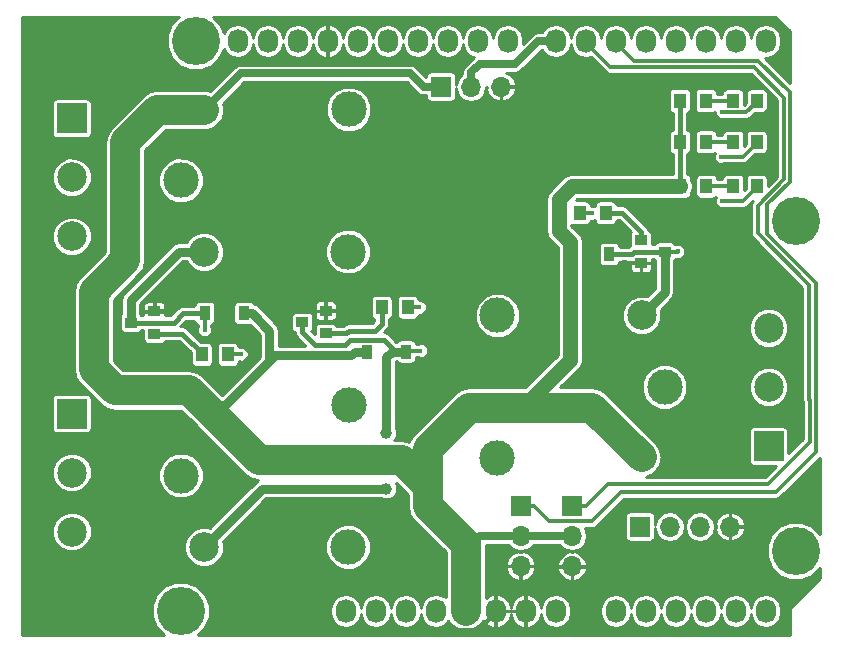
<source format=gbr>
G04 #@! TF.FileFunction,Copper,L1,Top,Signal*
%FSLAX46Y46*%
G04 Gerber Fmt 4.6, Leading zero omitted, Abs format (unit mm)*
G04 Created by KiCad (PCBNEW 4.0.7) date 09/29/18 17:05:15*
%MOMM*%
%LPD*%
G01*
G04 APERTURE LIST*
%ADD10C,0.100000*%
%ADD11O,1.727200X2.032000*%
%ADD12C,4.064000*%
%ADD13R,0.900000X1.200000*%
%ADD14R,1.000000X1.200000*%
%ADD15C,2.500000*%
%ADD16R,2.500000X2.500000*%
%ADD17R,1.000000X0.900000*%
%ADD18R,1.000000X1.250000*%
%ADD19C,3.000000*%
%ADD20R,1.700000X1.700000*%
%ADD21O,1.700000X1.700000*%
%ADD22C,0.600000*%
%ADD23C,0.400000*%
%ADD24C,1.000000*%
%ADD25C,0.635000*%
%ADD26C,2.540000*%
%ADD27C,1.270000*%
%ADD28C,0.762000*%
%ADD29C,0.406400*%
%ADD30C,0.304800*%
%ADD31C,0.254000*%
G04 APERTURE END LIST*
D10*
D11*
X138938000Y-123825000D03*
X141478000Y-123825000D03*
X144018000Y-123825000D03*
X146558000Y-123825000D03*
X149098000Y-123825000D03*
X151638000Y-123825000D03*
X154178000Y-123825000D03*
X156718000Y-123825000D03*
X161798000Y-123825000D03*
X164338000Y-123825000D03*
X166878000Y-123825000D03*
X169418000Y-123825000D03*
X171958000Y-123825000D03*
X174498000Y-123825000D03*
X129794000Y-75565000D03*
X132334000Y-75565000D03*
X134874000Y-75565000D03*
X137414000Y-75565000D03*
X139954000Y-75565000D03*
X142494000Y-75565000D03*
X145034000Y-75565000D03*
X147574000Y-75565000D03*
X150114000Y-75565000D03*
X152654000Y-75565000D03*
X156718000Y-75565000D03*
X159258000Y-75565000D03*
X161798000Y-75565000D03*
X164338000Y-75565000D03*
X166878000Y-75565000D03*
X169418000Y-75565000D03*
X171958000Y-75565000D03*
X174498000Y-75565000D03*
D12*
X124968000Y-123825000D03*
X177038000Y-118745000D03*
X126238000Y-75565000D03*
X177038000Y-90805000D03*
D13*
X157948000Y-93615000D03*
X161248000Y-93615000D03*
D14*
X173748000Y-87865000D03*
X171748000Y-87865000D03*
D13*
X130298000Y-98615000D03*
X126998000Y-98615000D03*
D14*
X173748000Y-84115000D03*
X171748000Y-84115000D03*
D13*
X140748000Y-101865000D03*
X144048000Y-101865000D03*
D14*
X173748000Y-80615000D03*
X171748000Y-80615000D03*
D15*
X174748000Y-99865000D03*
D16*
X174748000Y-109865000D03*
D15*
X174748000Y-104865000D03*
X115748000Y-92115000D03*
D16*
X115748000Y-82115000D03*
D15*
X115748000Y-87115000D03*
X115748000Y-117115000D03*
D16*
X115748000Y-107115000D03*
D15*
X115748000Y-112115000D03*
D17*
X163948000Y-92465000D03*
X163948000Y-94365000D03*
X165948000Y-93415000D03*
X122748000Y-100365000D03*
X122748000Y-98465000D03*
X120748000Y-99415000D03*
X137248000Y-100315000D03*
X137248000Y-98415000D03*
X135248000Y-99365000D03*
D18*
X169473000Y-87865000D03*
X167273000Y-87865000D03*
X160948000Y-90115000D03*
X158748000Y-90115000D03*
X169448000Y-84115000D03*
X167248000Y-84115000D03*
X126748000Y-102115000D03*
X128948000Y-102115000D03*
X169448000Y-80615000D03*
X167248000Y-80615000D03*
X141998000Y-98115000D03*
X144198000Y-98115000D03*
D15*
X163998000Y-98815000D03*
D19*
X151798000Y-98815000D03*
X151748000Y-110865000D03*
D15*
X163998000Y-110815000D03*
D19*
X165948000Y-104865000D03*
D15*
X126948000Y-93415000D03*
D19*
X139148000Y-93415000D03*
X139198000Y-81365000D03*
D15*
X126948000Y-81415000D03*
D19*
X124998000Y-87365000D03*
D15*
X126948000Y-118415000D03*
D19*
X139148000Y-118415000D03*
X139198000Y-106365000D03*
D15*
X126948000Y-106415000D03*
D19*
X124998000Y-112365000D03*
D20*
X153758000Y-114955000D03*
D21*
X153758000Y-117495000D03*
X153758000Y-120035000D03*
D20*
X158098000Y-114965000D03*
D21*
X158098000Y-117505000D03*
X158098000Y-120045000D03*
D20*
X147018000Y-79435000D03*
D21*
X149558000Y-79435000D03*
X152098000Y-79435000D03*
D20*
X163848000Y-116685000D03*
D21*
X166388000Y-116685000D03*
X168928000Y-116685000D03*
X171468000Y-116685000D03*
D22*
X130598000Y-121790000D03*
X162598000Y-94390000D03*
X138473000Y-98415000D03*
X124023000Y-98490000D03*
D23*
X167073000Y-93390000D03*
X170823000Y-89115000D03*
X126998000Y-100015000D03*
X170748000Y-85365000D03*
D24*
X142398000Y-108740000D03*
X142398000Y-113465000D03*
D23*
X145273000Y-101790000D03*
X170848000Y-81590000D03*
X159773000Y-90165000D03*
X130098000Y-102090000D03*
X145173000Y-98115000D03*
D25*
X147018000Y-79435000D02*
X145533000Y-79435000D01*
X145533000Y-79435000D02*
X144413000Y-78315000D01*
X144413000Y-78315000D02*
X130048000Y-78315000D01*
X130048000Y-78315000D02*
X126948000Y-81415000D01*
X153758000Y-117495000D02*
X150348000Y-117495000D01*
X150348000Y-117495000D02*
X149678000Y-118165000D01*
X149678000Y-118165000D02*
X149098000Y-118165000D01*
X158098000Y-117505000D02*
X153768000Y-117505000D01*
X153768000Y-117505000D02*
X153758000Y-117495000D01*
D26*
X149398000Y-106605000D02*
X153908000Y-106605000D01*
X153908000Y-106605000D02*
X159788000Y-106605000D01*
D27*
X157948000Y-95485000D02*
X157948000Y-102565000D01*
X157948000Y-102565000D02*
X153908000Y-106605000D01*
D26*
X145878000Y-113285000D02*
X145878000Y-110125000D01*
X145878000Y-110125000D02*
X149398000Y-106605000D01*
X159788000Y-106605000D02*
X163998000Y-110815000D01*
X149098000Y-123825000D02*
X149098000Y-118165000D01*
X143683000Y-111090000D02*
X131623000Y-111090000D01*
X149098000Y-118165000D02*
X145878000Y-114945000D01*
X145878000Y-114945000D02*
X145878000Y-113285000D01*
X145878000Y-113285000D02*
X143683000Y-111090000D01*
X131623000Y-111090000D02*
X126948000Y-106415000D01*
D28*
X140748000Y-101865000D02*
X139748000Y-101865000D01*
X139423000Y-102190000D02*
X132940766Y-102190000D01*
X139748000Y-101865000D02*
X139423000Y-102190000D01*
X132940766Y-102190000D02*
X132473000Y-102657766D01*
X132473000Y-102657766D02*
X132473000Y-100090000D01*
X130998000Y-98615000D02*
X130298000Y-98615000D01*
X132473000Y-100090000D02*
X130998000Y-98615000D01*
X126948000Y-106415000D02*
X128715766Y-106415000D01*
X128715766Y-106415000D02*
X132473000Y-102657766D01*
D26*
X125698001Y-105165001D02*
X119423001Y-105165001D01*
X126948000Y-106415000D02*
X125698001Y-105165001D01*
D27*
X157948000Y-95485000D02*
X157948000Y-93615000D01*
X167273000Y-87865000D02*
X158098000Y-87865000D01*
X158098000Y-87865000D02*
X156973000Y-88990000D01*
X156973000Y-88990000D02*
X156973000Y-91640000D01*
X156973000Y-91640000D02*
X157948000Y-92615000D01*
X157948000Y-92615000D02*
X157948000Y-93615000D01*
D26*
X119423001Y-105165001D02*
X117598000Y-103340000D01*
X117598000Y-103340000D02*
X117598000Y-96815000D01*
X117598000Y-96815000D02*
X120273000Y-94140000D01*
X120273000Y-94140000D02*
X120273000Y-84140000D01*
X120273000Y-84140000D02*
X122998000Y-81415000D01*
X122998000Y-81415000D02*
X126948000Y-81415000D01*
D29*
X167248000Y-84115000D02*
X167248000Y-87840000D01*
X167248000Y-87840000D02*
X167273000Y-87865000D01*
X167248000Y-80615000D02*
X167248000Y-84115000D01*
D30*
X134198000Y-125390000D02*
X130598000Y-121790000D01*
X148368566Y-125390000D02*
X134198000Y-125390000D01*
X151638000Y-123825000D02*
X151638000Y-123977400D01*
X151638000Y-123977400D02*
X150167990Y-125447410D01*
X150167990Y-125447410D02*
X148425976Y-125447410D01*
X148425976Y-125447410D02*
X148368566Y-125390000D01*
X163948000Y-94365000D02*
X162623000Y-94365000D01*
X162623000Y-94365000D02*
X162598000Y-94390000D01*
X137248000Y-98415000D02*
X138473000Y-98415000D01*
X122748000Y-98465000D02*
X123998000Y-98465000D01*
X123998000Y-98465000D02*
X124023000Y-98490000D01*
D28*
X163998000Y-98815000D02*
X165948000Y-96865000D01*
X165948000Y-96865000D02*
X165948000Y-93415000D01*
D30*
X165948000Y-93415000D02*
X167048000Y-93415000D01*
X167048000Y-93415000D02*
X167073000Y-93390000D01*
X173748000Y-87865000D02*
X173748000Y-87965000D01*
X173748000Y-87965000D02*
X172598000Y-89115000D01*
X172598000Y-89115000D02*
X170823000Y-89115000D01*
D29*
X161248000Y-93615000D02*
X163148000Y-93615000D01*
X165041600Y-93415000D02*
X165948000Y-93415000D01*
X163148000Y-93615000D02*
X163348000Y-93415000D01*
X163348000Y-93415000D02*
X165041600Y-93415000D01*
D30*
X171748000Y-87865000D02*
X169473000Y-87865000D01*
D28*
X126948000Y-93415000D02*
X124823000Y-93415000D01*
X124823000Y-93415000D02*
X120748000Y-97490000D01*
X120748000Y-97490000D02*
X120748000Y-98203000D01*
X120748000Y-98203000D02*
X120748000Y-99415000D01*
D30*
X126998000Y-100015000D02*
X126998000Y-98615000D01*
X173748000Y-84115000D02*
X173748000Y-84215000D01*
X173748000Y-84215000D02*
X172598000Y-85365000D01*
X172598000Y-85365000D02*
X172498000Y-85365000D01*
X172498000Y-85365000D02*
X170748000Y-85365000D01*
D29*
X124373000Y-99415000D02*
X125173000Y-98615000D01*
X125173000Y-98615000D02*
X126998000Y-98615000D01*
X120748000Y-99415000D02*
X124373000Y-99415000D01*
D30*
X169448000Y-84115000D02*
X171748000Y-84115000D01*
D28*
X142398000Y-108740000D02*
X142398000Y-102303000D01*
X142398000Y-102303000D02*
X142836000Y-101865000D01*
X142836000Y-101865000D02*
X144048000Y-101865000D01*
X131898000Y-113465000D02*
X142398000Y-113465000D01*
X128197999Y-117165001D02*
X131898000Y-113465000D01*
X126948000Y-118415000D02*
X128197999Y-117165001D01*
D30*
X145273000Y-101790000D02*
X144123000Y-101790000D01*
X144123000Y-101790000D02*
X144048000Y-101865000D01*
X173748000Y-80615000D02*
X173748000Y-80715000D01*
X173748000Y-80715000D02*
X172873000Y-81590000D01*
X172873000Y-81590000D02*
X170848000Y-81590000D01*
D29*
X138880594Y-101290000D02*
X136316600Y-101290000D01*
X136316600Y-101290000D02*
X135248000Y-100221400D01*
X139311994Y-100858600D02*
X138880594Y-101290000D01*
X142185200Y-100858600D02*
X139311994Y-100858600D01*
X143191600Y-101865000D02*
X142185200Y-100858600D01*
X144048000Y-101865000D02*
X143191600Y-101865000D01*
X135248000Y-100221400D02*
X135248000Y-99365000D01*
D30*
X171748000Y-80615000D02*
X169448000Y-80615000D01*
D29*
X160948000Y-90115000D02*
X162348000Y-90115000D01*
X162348000Y-90115000D02*
X163948000Y-91715000D01*
X163948000Y-91715000D02*
X163948000Y-92465000D01*
X126748000Y-102115000D02*
X126748000Y-101990000D01*
X126748000Y-101990000D02*
X125123000Y-100365000D01*
X125123000Y-100365000D02*
X122748000Y-100365000D01*
X141998000Y-98115000D02*
X141998000Y-99540000D01*
X141998000Y-99540000D02*
X141448000Y-100090000D01*
X141448000Y-100090000D02*
X139223000Y-100090000D01*
X139223000Y-100090000D02*
X138998000Y-100315000D01*
X138998000Y-100315000D02*
X137248000Y-100315000D01*
D25*
X149558000Y-79435000D02*
X149558000Y-78232919D01*
X149558000Y-78232919D02*
X150275919Y-77515000D01*
X150275919Y-77515000D02*
X153269400Y-77515000D01*
X153269400Y-77515000D02*
X155219400Y-75565000D01*
X155219400Y-75565000D02*
X156718000Y-75565000D01*
D30*
X173498000Y-77815000D02*
X161355600Y-77815000D01*
X161355600Y-77815000D02*
X159258000Y-75717400D01*
X159258000Y-75717400D02*
X159258000Y-75565000D01*
X176048000Y-80365000D02*
X173498000Y-77815000D01*
X176048000Y-87299322D02*
X176048000Y-80365000D01*
X173823000Y-89524322D02*
X176048000Y-87299322D01*
X173823000Y-91832824D02*
X173823000Y-89524322D01*
X178198000Y-105943446D02*
X178198000Y-96207824D01*
X178198000Y-96207824D02*
X173823000Y-91832824D01*
X178248000Y-109499322D02*
X178248000Y-105993446D01*
X178248000Y-105993446D02*
X178198000Y-105943446D01*
X174682322Y-113065000D02*
X178248000Y-109499322D01*
X161152800Y-113065000D02*
X174682322Y-113065000D01*
X158098000Y-114965000D02*
X159252800Y-114965000D01*
X159252800Y-114965000D02*
X161152800Y-113065000D01*
X156197800Y-116240000D02*
X154912800Y-114955000D01*
X154912800Y-114955000D02*
X153758000Y-114955000D01*
X159795599Y-116240000D02*
X156197800Y-116240000D01*
X175339311Y-113762599D02*
X162273000Y-113762599D01*
X178752811Y-96048725D02*
X178752811Y-110349099D01*
X161798000Y-75717400D02*
X163315790Y-77235190D01*
X178752811Y-110349099D02*
X175339311Y-113762599D01*
X162273000Y-113762599D02*
X159795599Y-116240000D01*
X176552811Y-79930901D02*
X176552811Y-87508421D01*
X174653599Y-89407633D02*
X174653599Y-91949513D01*
X176552811Y-87508421D02*
X174653599Y-89407633D01*
X173857100Y-77235190D02*
X176552811Y-79930901D01*
X174653599Y-91949513D02*
X178752811Y-96048725D01*
X163315790Y-77235190D02*
X173857100Y-77235190D01*
X161798000Y-75565000D02*
X161798000Y-75717400D01*
X159723000Y-90115000D02*
X159773000Y-90165000D01*
X158748000Y-90115000D02*
X159723000Y-90115000D01*
X130098000Y-102090000D02*
X128973000Y-102090000D01*
X128973000Y-102090000D02*
X128948000Y-102115000D01*
X144198000Y-98115000D02*
X145173000Y-98115000D01*
D31*
G36*
X124154577Y-74170270D02*
X123779427Y-75073729D01*
X123778574Y-76051980D01*
X124152145Y-76956092D01*
X124843270Y-77648423D01*
X125746729Y-78023573D01*
X126724980Y-78024426D01*
X127629092Y-77650855D01*
X128321423Y-76959730D01*
X128613250Y-76256935D01*
X128881408Y-76658262D01*
X129300109Y-76938029D01*
X129794000Y-77036270D01*
X130287891Y-76938029D01*
X130706592Y-76658262D01*
X130986359Y-76239561D01*
X131064000Y-75849233D01*
X131141641Y-76239561D01*
X131421408Y-76658262D01*
X131840109Y-76938029D01*
X132334000Y-77036270D01*
X132827891Y-76938029D01*
X133246592Y-76658262D01*
X133526359Y-76239561D01*
X133604000Y-75849233D01*
X133681641Y-76239561D01*
X133961408Y-76658262D01*
X134380109Y-76938029D01*
X134874000Y-77036270D01*
X135367891Y-76938029D01*
X135786592Y-76658262D01*
X136066359Y-76239561D01*
X136145467Y-75841857D01*
X136230443Y-76232540D01*
X136517671Y-76646255D01*
X136941357Y-76918560D01*
X137189421Y-76988310D01*
X137391000Y-76901027D01*
X137391000Y-75588000D01*
X137371000Y-75588000D01*
X137371000Y-75542000D01*
X137391000Y-75542000D01*
X137391000Y-74228973D01*
X137189421Y-74141690D01*
X136941357Y-74211440D01*
X136517671Y-74483745D01*
X136230443Y-74897460D01*
X136145467Y-75288143D01*
X136066359Y-74890439D01*
X135786592Y-74471738D01*
X135367891Y-74191971D01*
X134874000Y-74093730D01*
X134380109Y-74191971D01*
X133961408Y-74471738D01*
X133681641Y-74890439D01*
X133604000Y-75280767D01*
X133526359Y-74890439D01*
X133246592Y-74471738D01*
X132827891Y-74191971D01*
X132334000Y-74093730D01*
X131840109Y-74191971D01*
X131421408Y-74471738D01*
X131141641Y-74890439D01*
X131064000Y-75280767D01*
X130986359Y-74890439D01*
X130706592Y-74471738D01*
X130287891Y-74191971D01*
X129794000Y-74093730D01*
X129300109Y-74191971D01*
X128881408Y-74471738D01*
X128612935Y-74873536D01*
X128323855Y-74173908D01*
X127678074Y-73527000D01*
X175306064Y-73527000D01*
X176536000Y-74756935D01*
X176536000Y-79094694D01*
X174472505Y-77031199D01*
X174498000Y-77036270D01*
X174991891Y-76938029D01*
X175410592Y-76658262D01*
X175690359Y-76239561D01*
X175788600Y-75745670D01*
X175788600Y-75384330D01*
X175690359Y-74890439D01*
X175410592Y-74471738D01*
X174991891Y-74191971D01*
X174498000Y-74093730D01*
X174004109Y-74191971D01*
X173585408Y-74471738D01*
X173305641Y-74890439D01*
X173228000Y-75280767D01*
X173150359Y-74890439D01*
X172870592Y-74471738D01*
X172451891Y-74191971D01*
X171958000Y-74093730D01*
X171464109Y-74191971D01*
X171045408Y-74471738D01*
X170765641Y-74890439D01*
X170688000Y-75280767D01*
X170610359Y-74890439D01*
X170330592Y-74471738D01*
X169911891Y-74191971D01*
X169418000Y-74093730D01*
X168924109Y-74191971D01*
X168505408Y-74471738D01*
X168225641Y-74890439D01*
X168148000Y-75280767D01*
X168070359Y-74890439D01*
X167790592Y-74471738D01*
X167371891Y-74191971D01*
X166878000Y-74093730D01*
X166384109Y-74191971D01*
X165965408Y-74471738D01*
X165685641Y-74890439D01*
X165608000Y-75280767D01*
X165530359Y-74890439D01*
X165250592Y-74471738D01*
X164831891Y-74191971D01*
X164338000Y-74093730D01*
X163844109Y-74191971D01*
X163425408Y-74471738D01*
X163145641Y-74890439D01*
X163068000Y-75280767D01*
X162990359Y-74890439D01*
X162710592Y-74471738D01*
X162291891Y-74191971D01*
X161798000Y-74093730D01*
X161304109Y-74191971D01*
X160885408Y-74471738D01*
X160605641Y-74890439D01*
X160528000Y-75280767D01*
X160450359Y-74890439D01*
X160170592Y-74471738D01*
X159751891Y-74191971D01*
X159258000Y-74093730D01*
X158764109Y-74191971D01*
X158345408Y-74471738D01*
X158065641Y-74890439D01*
X157988000Y-75280767D01*
X157910359Y-74890439D01*
X157630592Y-74471738D01*
X157211891Y-74191971D01*
X156718000Y-74093730D01*
X156224109Y-74191971D01*
X155805408Y-74471738D01*
X155572373Y-74820500D01*
X155219400Y-74820500D01*
X154934492Y-74877172D01*
X154692959Y-75038559D01*
X153934358Y-75797160D01*
X153944600Y-75745670D01*
X153944600Y-75384330D01*
X153846359Y-74890439D01*
X153566592Y-74471738D01*
X153147891Y-74191971D01*
X152654000Y-74093730D01*
X152160109Y-74191971D01*
X151741408Y-74471738D01*
X151461641Y-74890439D01*
X151384000Y-75280767D01*
X151306359Y-74890439D01*
X151026592Y-74471738D01*
X150607891Y-74191971D01*
X150114000Y-74093730D01*
X149620109Y-74191971D01*
X149201408Y-74471738D01*
X148921641Y-74890439D01*
X148844000Y-75280767D01*
X148766359Y-74890439D01*
X148486592Y-74471738D01*
X148067891Y-74191971D01*
X147574000Y-74093730D01*
X147080109Y-74191971D01*
X146661408Y-74471738D01*
X146381641Y-74890439D01*
X146304000Y-75280767D01*
X146226359Y-74890439D01*
X145946592Y-74471738D01*
X145527891Y-74191971D01*
X145034000Y-74093730D01*
X144540109Y-74191971D01*
X144121408Y-74471738D01*
X143841641Y-74890439D01*
X143764000Y-75280767D01*
X143686359Y-74890439D01*
X143406592Y-74471738D01*
X142987891Y-74191971D01*
X142494000Y-74093730D01*
X142000109Y-74191971D01*
X141581408Y-74471738D01*
X141301641Y-74890439D01*
X141224000Y-75280767D01*
X141146359Y-74890439D01*
X140866592Y-74471738D01*
X140447891Y-74191971D01*
X139954000Y-74093730D01*
X139460109Y-74191971D01*
X139041408Y-74471738D01*
X138761641Y-74890439D01*
X138682533Y-75288143D01*
X138597557Y-74897460D01*
X138310329Y-74483745D01*
X137886643Y-74211440D01*
X137638579Y-74141690D01*
X137437000Y-74228973D01*
X137437000Y-75542000D01*
X137457000Y-75542000D01*
X137457000Y-75588000D01*
X137437000Y-75588000D01*
X137437000Y-76901027D01*
X137638579Y-76988310D01*
X137886643Y-76918560D01*
X138310329Y-76646255D01*
X138597557Y-76232540D01*
X138682533Y-75841857D01*
X138761641Y-76239561D01*
X139041408Y-76658262D01*
X139460109Y-76938029D01*
X139954000Y-77036270D01*
X140447891Y-76938029D01*
X140866592Y-76658262D01*
X141146359Y-76239561D01*
X141224000Y-75849233D01*
X141301641Y-76239561D01*
X141581408Y-76658262D01*
X142000109Y-76938029D01*
X142494000Y-77036270D01*
X142987891Y-76938029D01*
X143406592Y-76658262D01*
X143686359Y-76239561D01*
X143764000Y-75849233D01*
X143841641Y-76239561D01*
X144121408Y-76658262D01*
X144540109Y-76938029D01*
X145034000Y-77036270D01*
X145527891Y-76938029D01*
X145946592Y-76658262D01*
X146226359Y-76239561D01*
X146304000Y-75849233D01*
X146381641Y-76239561D01*
X146661408Y-76658262D01*
X147080109Y-76938029D01*
X147574000Y-77036270D01*
X148067891Y-76938029D01*
X148486592Y-76658262D01*
X148766359Y-76239561D01*
X148844000Y-75849233D01*
X148921641Y-76239561D01*
X149201408Y-76658262D01*
X149620109Y-76938029D01*
X149778076Y-76969451D01*
X149749478Y-76988559D01*
X149031559Y-77706478D01*
X148870172Y-77948011D01*
X148813500Y-78232919D01*
X148813500Y-78401117D01*
X148655025Y-78507007D01*
X148378206Y-78921295D01*
X148303365Y-79297546D01*
X148303365Y-78585000D01*
X148273591Y-78426763D01*
X148180073Y-78281433D01*
X148037381Y-78183936D01*
X147868000Y-78149635D01*
X146168000Y-78149635D01*
X146009763Y-78179409D01*
X145864433Y-78272927D01*
X145766936Y-78415619D01*
X145733182Y-78582300D01*
X144939441Y-77788559D01*
X144912393Y-77770486D01*
X144697908Y-77627172D01*
X144413000Y-77570500D01*
X130048000Y-77570500D01*
X129763092Y-77627172D01*
X129548607Y-77770486D01*
X129521559Y-77788559D01*
X127487095Y-79823023D01*
X127283039Y-79738292D01*
X127048989Y-79738088D01*
X126948000Y-79718000D01*
X122998000Y-79718000D01*
X122348586Y-79847176D01*
X121798040Y-80215040D01*
X119073040Y-82940040D01*
X118705176Y-83490586D01*
X118576000Y-84140000D01*
X118576000Y-93437080D01*
X116398040Y-95615040D01*
X116030176Y-96165586D01*
X115901000Y-96815000D01*
X115901000Y-103340000D01*
X116030176Y-103989414D01*
X116398040Y-104539960D01*
X118223041Y-106364961D01*
X118773587Y-106732825D01*
X119423001Y-106862001D01*
X124995081Y-106862001D01*
X125748040Y-107614961D01*
X125748043Y-107614963D01*
X130423040Y-112289960D01*
X130973586Y-112657824D01*
X131517645Y-112766044D01*
X131326658Y-112893657D01*
X127626660Y-116593656D01*
X127626657Y-116593658D01*
X127423640Y-116796675D01*
X127283039Y-116738292D01*
X126615888Y-116737710D01*
X125999297Y-116992480D01*
X125527138Y-117463816D01*
X125271292Y-118079961D01*
X125270710Y-118747112D01*
X125525480Y-119363703D01*
X125996816Y-119835862D01*
X126612961Y-120091708D01*
X127280112Y-120092290D01*
X127896703Y-119837520D01*
X128368862Y-119366184D01*
X128605365Y-118796622D01*
X137220666Y-118796622D01*
X137513416Y-119505132D01*
X138055017Y-120047678D01*
X138763014Y-120341665D01*
X139529622Y-120342334D01*
X140238132Y-120049584D01*
X140780678Y-119507983D01*
X141074665Y-118799986D01*
X141075334Y-118033378D01*
X140782584Y-117324868D01*
X140240983Y-116782322D01*
X139532986Y-116488335D01*
X138766378Y-116487666D01*
X138057868Y-116780416D01*
X137515322Y-117322017D01*
X137221335Y-118030014D01*
X137220666Y-118796622D01*
X128605365Y-118796622D01*
X128624708Y-118750039D01*
X128625290Y-118082888D01*
X128566085Y-117939600D01*
X128769342Y-117736343D01*
X128769344Y-117736340D01*
X132232685Y-114273000D01*
X141926604Y-114273000D01*
X142212799Y-114391839D01*
X142581583Y-114392161D01*
X142922417Y-114251331D01*
X143183414Y-113990789D01*
X143324839Y-113650201D01*
X143325161Y-113281417D01*
X143220008Y-113026928D01*
X144181000Y-113987920D01*
X144181000Y-114945000D01*
X144310176Y-115594414D01*
X144678040Y-116144960D01*
X147401000Y-118867920D01*
X147401000Y-122685238D01*
X147051891Y-122451971D01*
X146558000Y-122353730D01*
X146064109Y-122451971D01*
X145645408Y-122731738D01*
X145365641Y-123150439D01*
X145288000Y-123540767D01*
X145210359Y-123150439D01*
X144930592Y-122731738D01*
X144511891Y-122451971D01*
X144018000Y-122353730D01*
X143524109Y-122451971D01*
X143105408Y-122731738D01*
X142825641Y-123150439D01*
X142748000Y-123540767D01*
X142670359Y-123150439D01*
X142390592Y-122731738D01*
X141971891Y-122451971D01*
X141478000Y-122353730D01*
X140984109Y-122451971D01*
X140565408Y-122731738D01*
X140285641Y-123150439D01*
X140208000Y-123540767D01*
X140130359Y-123150439D01*
X139850592Y-122731738D01*
X139431891Y-122451971D01*
X138938000Y-122353730D01*
X138444109Y-122451971D01*
X138025408Y-122731738D01*
X137745641Y-123150439D01*
X137647400Y-123644330D01*
X137647400Y-124005670D01*
X137745641Y-124499561D01*
X138025408Y-124918262D01*
X138444109Y-125198029D01*
X138938000Y-125296270D01*
X139431891Y-125198029D01*
X139850592Y-124918262D01*
X140130359Y-124499561D01*
X140208000Y-124109233D01*
X140285641Y-124499561D01*
X140565408Y-124918262D01*
X140984109Y-125198029D01*
X141478000Y-125296270D01*
X141971891Y-125198029D01*
X142390592Y-124918262D01*
X142670359Y-124499561D01*
X142748000Y-124109233D01*
X142825641Y-124499561D01*
X143105408Y-124918262D01*
X143524109Y-125198029D01*
X144018000Y-125296270D01*
X144511891Y-125198029D01*
X144930592Y-124918262D01*
X145210359Y-124499561D01*
X145288000Y-124109233D01*
X145365641Y-124499561D01*
X145645408Y-124918262D01*
X146064109Y-125198029D01*
X146558000Y-125296270D01*
X147051891Y-125198029D01*
X147470592Y-124918262D01*
X147648669Y-124651751D01*
X147898040Y-125024960D01*
X148448586Y-125392824D01*
X149098000Y-125522000D01*
X149747414Y-125392824D01*
X150297960Y-125024960D01*
X150555985Y-124638799D01*
X150741671Y-124906255D01*
X151165357Y-125178560D01*
X151413421Y-125248310D01*
X151615000Y-125161027D01*
X151615000Y-123848000D01*
X151661000Y-123848000D01*
X151661000Y-125161027D01*
X151862579Y-125248310D01*
X152110643Y-125178560D01*
X152534329Y-124906255D01*
X152821557Y-124492540D01*
X152908000Y-124095110D01*
X152994443Y-124492540D01*
X153281671Y-124906255D01*
X153705357Y-125178560D01*
X153953421Y-125248310D01*
X154155000Y-125161027D01*
X154155000Y-123848000D01*
X151661000Y-123848000D01*
X151615000Y-123848000D01*
X151595000Y-123848000D01*
X151595000Y-123802000D01*
X151615000Y-123802000D01*
X151615000Y-122488973D01*
X151661000Y-122488973D01*
X151661000Y-123802000D01*
X154155000Y-123802000D01*
X154155000Y-122488973D01*
X154201000Y-122488973D01*
X154201000Y-123802000D01*
X154221000Y-123802000D01*
X154221000Y-123848000D01*
X154201000Y-123848000D01*
X154201000Y-125161027D01*
X154402579Y-125248310D01*
X154650643Y-125178560D01*
X155074329Y-124906255D01*
X155361557Y-124492540D01*
X155446533Y-124101857D01*
X155525641Y-124499561D01*
X155805408Y-124918262D01*
X156224109Y-125198029D01*
X156718000Y-125296270D01*
X157211891Y-125198029D01*
X157630592Y-124918262D01*
X157910359Y-124499561D01*
X158008600Y-124005670D01*
X158008600Y-123644330D01*
X160507400Y-123644330D01*
X160507400Y-124005670D01*
X160605641Y-124499561D01*
X160885408Y-124918262D01*
X161304109Y-125198029D01*
X161798000Y-125296270D01*
X162291891Y-125198029D01*
X162710592Y-124918262D01*
X162990359Y-124499561D01*
X163068000Y-124109233D01*
X163145641Y-124499561D01*
X163425408Y-124918262D01*
X163844109Y-125198029D01*
X164338000Y-125296270D01*
X164831891Y-125198029D01*
X165250592Y-124918262D01*
X165530359Y-124499561D01*
X165608000Y-124109233D01*
X165685641Y-124499561D01*
X165965408Y-124918262D01*
X166384109Y-125198029D01*
X166878000Y-125296270D01*
X167371891Y-125198029D01*
X167790592Y-124918262D01*
X168070359Y-124499561D01*
X168148000Y-124109233D01*
X168225641Y-124499561D01*
X168505408Y-124918262D01*
X168924109Y-125198029D01*
X169418000Y-125296270D01*
X169911891Y-125198029D01*
X170330592Y-124918262D01*
X170610359Y-124499561D01*
X170688000Y-124109233D01*
X170765641Y-124499561D01*
X171045408Y-124918262D01*
X171464109Y-125198029D01*
X171958000Y-125296270D01*
X172451891Y-125198029D01*
X172870592Y-124918262D01*
X173150359Y-124499561D01*
X173228000Y-124109233D01*
X173305641Y-124499561D01*
X173585408Y-124918262D01*
X174004109Y-125198029D01*
X174498000Y-125296270D01*
X174991891Y-125198029D01*
X175410592Y-124918262D01*
X175690359Y-124499561D01*
X175788600Y-124005670D01*
X175788600Y-123644330D01*
X175690359Y-123150439D01*
X175410592Y-122731738D01*
X174991891Y-122451971D01*
X174498000Y-122353730D01*
X174004109Y-122451971D01*
X173585408Y-122731738D01*
X173305641Y-123150439D01*
X173228000Y-123540767D01*
X173150359Y-123150439D01*
X172870592Y-122731738D01*
X172451891Y-122451971D01*
X171958000Y-122353730D01*
X171464109Y-122451971D01*
X171045408Y-122731738D01*
X170765641Y-123150439D01*
X170688000Y-123540767D01*
X170610359Y-123150439D01*
X170330592Y-122731738D01*
X169911891Y-122451971D01*
X169418000Y-122353730D01*
X168924109Y-122451971D01*
X168505408Y-122731738D01*
X168225641Y-123150439D01*
X168148000Y-123540767D01*
X168070359Y-123150439D01*
X167790592Y-122731738D01*
X167371891Y-122451971D01*
X166878000Y-122353730D01*
X166384109Y-122451971D01*
X165965408Y-122731738D01*
X165685641Y-123150439D01*
X165608000Y-123540767D01*
X165530359Y-123150439D01*
X165250592Y-122731738D01*
X164831891Y-122451971D01*
X164338000Y-122353730D01*
X163844109Y-122451971D01*
X163425408Y-122731738D01*
X163145641Y-123150439D01*
X163068000Y-123540767D01*
X162990359Y-123150439D01*
X162710592Y-122731738D01*
X162291891Y-122451971D01*
X161798000Y-122353730D01*
X161304109Y-122451971D01*
X160885408Y-122731738D01*
X160605641Y-123150439D01*
X160507400Y-123644330D01*
X158008600Y-123644330D01*
X157910359Y-123150439D01*
X157630592Y-122731738D01*
X157211891Y-122451971D01*
X156718000Y-122353730D01*
X156224109Y-122451971D01*
X155805408Y-122731738D01*
X155525641Y-123150439D01*
X155446533Y-123548143D01*
X155361557Y-123157460D01*
X155074329Y-122743745D01*
X154650643Y-122471440D01*
X154402579Y-122401690D01*
X154201000Y-122488973D01*
X154155000Y-122488973D01*
X153953421Y-122401690D01*
X153705357Y-122471440D01*
X153281671Y-122743745D01*
X152994443Y-123157460D01*
X152908000Y-123554890D01*
X152821557Y-123157460D01*
X152534329Y-122743745D01*
X152110643Y-122471440D01*
X151862579Y-122401690D01*
X151661000Y-122488973D01*
X151615000Y-122488973D01*
X151413421Y-122401690D01*
X151165357Y-122471440D01*
X150795000Y-122709470D01*
X150795000Y-120257451D01*
X152500524Y-120257451D01*
X152511114Y-120310697D01*
X152711532Y-120766873D01*
X153071265Y-121111629D01*
X153535548Y-121292478D01*
X153735000Y-121205045D01*
X153735000Y-120058000D01*
X153781000Y-120058000D01*
X153781000Y-121205045D01*
X153980452Y-121292478D01*
X154444735Y-121111629D01*
X154804468Y-120766873D01*
X155004886Y-120310697D01*
X155013487Y-120267451D01*
X156840524Y-120267451D01*
X156851114Y-120320697D01*
X157051532Y-120776873D01*
X157411265Y-121121629D01*
X157875548Y-121302478D01*
X158075000Y-121215045D01*
X158075000Y-120068000D01*
X158121000Y-120068000D01*
X158121000Y-121215045D01*
X158320452Y-121302478D01*
X158784735Y-121121629D01*
X159144468Y-120776873D01*
X159344886Y-120320697D01*
X159355476Y-120267451D01*
X159268024Y-120068000D01*
X158121000Y-120068000D01*
X158075000Y-120068000D01*
X156927976Y-120068000D01*
X156840524Y-120267451D01*
X155013487Y-120267451D01*
X155015476Y-120257451D01*
X154928024Y-120058000D01*
X153781000Y-120058000D01*
X153735000Y-120058000D01*
X152587976Y-120058000D01*
X152500524Y-120257451D01*
X150795000Y-120257451D01*
X150795000Y-118239500D01*
X152724117Y-118239500D01*
X152830007Y-118397975D01*
X153244295Y-118674794D01*
X153732982Y-118772000D01*
X153734998Y-118772000D01*
X153734998Y-118864954D01*
X153535548Y-118777522D01*
X153071265Y-118958371D01*
X152711532Y-119303127D01*
X152511114Y-119759303D01*
X152500524Y-119812549D01*
X152587976Y-120012000D01*
X153735000Y-120012000D01*
X153735000Y-119992000D01*
X153781000Y-119992000D01*
X153781000Y-120012000D01*
X154928024Y-120012000D01*
X155015476Y-119812549D01*
X155004886Y-119759303D01*
X154804468Y-119303127D01*
X154444735Y-118958371D01*
X153980452Y-118777522D01*
X153781002Y-118864954D01*
X153781002Y-118772000D01*
X153783018Y-118772000D01*
X154271705Y-118674794D01*
X154685993Y-118397975D01*
X154785201Y-118249500D01*
X157064117Y-118249500D01*
X157170007Y-118407975D01*
X157584295Y-118684794D01*
X158072982Y-118782000D01*
X158074998Y-118782000D01*
X158074998Y-118874954D01*
X157875548Y-118787522D01*
X157411265Y-118968371D01*
X157051532Y-119313127D01*
X156851114Y-119769303D01*
X156840524Y-119822549D01*
X156927976Y-120022000D01*
X158075000Y-120022000D01*
X158075000Y-120002000D01*
X158121000Y-120002000D01*
X158121000Y-120022000D01*
X159268024Y-120022000D01*
X159355476Y-119822549D01*
X159344886Y-119769303D01*
X159144468Y-119313127D01*
X158784735Y-118968371D01*
X158320452Y-118787522D01*
X158121002Y-118874954D01*
X158121002Y-118782000D01*
X158123018Y-118782000D01*
X158611705Y-118684794D01*
X159025993Y-118407975D01*
X159302812Y-117993687D01*
X159400018Y-117505000D01*
X159302812Y-117016313D01*
X159171239Y-116819400D01*
X159795599Y-116819400D01*
X160017326Y-116775296D01*
X160205297Y-116649698D01*
X161019995Y-115835000D01*
X162562635Y-115835000D01*
X162562635Y-117535000D01*
X162592409Y-117693237D01*
X162685927Y-117838567D01*
X162828619Y-117936064D01*
X162998000Y-117970365D01*
X164698000Y-117970365D01*
X164856237Y-117940591D01*
X165001567Y-117847073D01*
X165099064Y-117704381D01*
X165133365Y-117535000D01*
X165133365Y-116822454D01*
X165208206Y-117198705D01*
X165485025Y-117612993D01*
X165899313Y-117889812D01*
X166388000Y-117987018D01*
X166876687Y-117889812D01*
X167290975Y-117612993D01*
X167567794Y-117198705D01*
X167658000Y-116745209D01*
X167748206Y-117198705D01*
X168025025Y-117612993D01*
X168439313Y-117889812D01*
X168928000Y-117987018D01*
X169416687Y-117889812D01*
X169830975Y-117612993D01*
X170107794Y-117198705D01*
X170205000Y-116710018D01*
X170205000Y-116708002D01*
X170297954Y-116708002D01*
X170210522Y-116907452D01*
X170391371Y-117371735D01*
X170736127Y-117731468D01*
X171192303Y-117931886D01*
X171245549Y-117942476D01*
X171445000Y-117855024D01*
X171445000Y-116708000D01*
X171491000Y-116708000D01*
X171491000Y-117855024D01*
X171690451Y-117942476D01*
X171743697Y-117931886D01*
X172199873Y-117731468D01*
X172544629Y-117371735D01*
X172725478Y-116907452D01*
X172638045Y-116708000D01*
X171491000Y-116708000D01*
X171445000Y-116708000D01*
X171425000Y-116708000D01*
X171425000Y-116662000D01*
X171445000Y-116662000D01*
X171445000Y-115514976D01*
X171491000Y-115514976D01*
X171491000Y-116662000D01*
X172638045Y-116662000D01*
X172725478Y-116462548D01*
X172544629Y-115998265D01*
X172199873Y-115638532D01*
X171743697Y-115438114D01*
X171690451Y-115427524D01*
X171491000Y-115514976D01*
X171445000Y-115514976D01*
X171245549Y-115427524D01*
X171192303Y-115438114D01*
X170736127Y-115638532D01*
X170391371Y-115998265D01*
X170210522Y-116462548D01*
X170297954Y-116661998D01*
X170205000Y-116661998D01*
X170205000Y-116659982D01*
X170107794Y-116171295D01*
X169830975Y-115757007D01*
X169416687Y-115480188D01*
X168928000Y-115382982D01*
X168439313Y-115480188D01*
X168025025Y-115757007D01*
X167748206Y-116171295D01*
X167658000Y-116624791D01*
X167567794Y-116171295D01*
X167290975Y-115757007D01*
X166876687Y-115480188D01*
X166388000Y-115382982D01*
X165899313Y-115480188D01*
X165485025Y-115757007D01*
X165208206Y-116171295D01*
X165133365Y-116547546D01*
X165133365Y-115835000D01*
X165103591Y-115676763D01*
X165010073Y-115531433D01*
X164867381Y-115433936D01*
X164698000Y-115399635D01*
X162998000Y-115399635D01*
X162839763Y-115429409D01*
X162694433Y-115522927D01*
X162596936Y-115665619D01*
X162562635Y-115835000D01*
X161019995Y-115835000D01*
X162512996Y-114341999D01*
X175339311Y-114341999D01*
X175561038Y-114297895D01*
X175749009Y-114172297D01*
X179076000Y-110845306D01*
X179076000Y-117305969D01*
X178432730Y-116661577D01*
X177529271Y-116286427D01*
X176551020Y-116285574D01*
X175646908Y-116659145D01*
X174954577Y-117350270D01*
X174579427Y-118253729D01*
X174578574Y-119231980D01*
X174952145Y-120136092D01*
X175643270Y-120828423D01*
X176546729Y-121203573D01*
X177524980Y-121204426D01*
X178429092Y-120830855D01*
X179076000Y-120185074D01*
X179076000Y-121077065D01*
X176683032Y-123470032D01*
X176574212Y-123632893D01*
X176535999Y-123825000D01*
X176536000Y-123825005D01*
X176536000Y-125863000D01*
X126407031Y-125863000D01*
X127051423Y-125219730D01*
X127426573Y-124316271D01*
X127427426Y-123338020D01*
X127053855Y-122433908D01*
X126362730Y-121741577D01*
X125459271Y-121366427D01*
X124481020Y-121365574D01*
X123576908Y-121739145D01*
X122884577Y-122430270D01*
X122509427Y-123333729D01*
X122508574Y-124311980D01*
X122882145Y-125216092D01*
X123527926Y-125863000D01*
X111500000Y-125863000D01*
X111500000Y-117447112D01*
X114070710Y-117447112D01*
X114325480Y-118063703D01*
X114796816Y-118535862D01*
X115412961Y-118791708D01*
X116080112Y-118792290D01*
X116696703Y-118537520D01*
X117168862Y-118066184D01*
X117424708Y-117450039D01*
X117425290Y-116782888D01*
X117170520Y-116166297D01*
X116699184Y-115694138D01*
X116083039Y-115438292D01*
X115415888Y-115437710D01*
X114799297Y-115692480D01*
X114327138Y-116163816D01*
X114071292Y-116779961D01*
X114070710Y-117447112D01*
X111500000Y-117447112D01*
X111500000Y-112447112D01*
X114070710Y-112447112D01*
X114325480Y-113063703D01*
X114796816Y-113535862D01*
X115412961Y-113791708D01*
X116080112Y-113792290D01*
X116696703Y-113537520D01*
X117168862Y-113066184D01*
X117301555Y-112746622D01*
X123070666Y-112746622D01*
X123363416Y-113455132D01*
X123905017Y-113997678D01*
X124613014Y-114291665D01*
X125379622Y-114292334D01*
X126088132Y-113999584D01*
X126630678Y-113457983D01*
X126924665Y-112749986D01*
X126925334Y-111983378D01*
X126632584Y-111274868D01*
X126090983Y-110732322D01*
X125382986Y-110438335D01*
X124616378Y-110437666D01*
X123907868Y-110730416D01*
X123365322Y-111272017D01*
X123071335Y-111980014D01*
X123070666Y-112746622D01*
X117301555Y-112746622D01*
X117424708Y-112450039D01*
X117425290Y-111782888D01*
X117170520Y-111166297D01*
X116699184Y-110694138D01*
X116083039Y-110438292D01*
X115415888Y-110437710D01*
X114799297Y-110692480D01*
X114327138Y-111163816D01*
X114071292Y-111779961D01*
X114070710Y-112447112D01*
X111500000Y-112447112D01*
X111500000Y-105865000D01*
X114062635Y-105865000D01*
X114062635Y-108365000D01*
X114092409Y-108523237D01*
X114185927Y-108668567D01*
X114328619Y-108766064D01*
X114498000Y-108800365D01*
X116998000Y-108800365D01*
X117156237Y-108770591D01*
X117301567Y-108677073D01*
X117399064Y-108534381D01*
X117433365Y-108365000D01*
X117433365Y-105865000D01*
X117403591Y-105706763D01*
X117310073Y-105561433D01*
X117167381Y-105463936D01*
X116998000Y-105429635D01*
X114498000Y-105429635D01*
X114339763Y-105459409D01*
X114194433Y-105552927D01*
X114096936Y-105695619D01*
X114062635Y-105865000D01*
X111500000Y-105865000D01*
X111500000Y-92447112D01*
X114070710Y-92447112D01*
X114325480Y-93063703D01*
X114796816Y-93535862D01*
X115412961Y-93791708D01*
X116080112Y-93792290D01*
X116696703Y-93537520D01*
X117168862Y-93066184D01*
X117424708Y-92450039D01*
X117425290Y-91782888D01*
X117170520Y-91166297D01*
X116699184Y-90694138D01*
X116083039Y-90438292D01*
X115415888Y-90437710D01*
X114799297Y-90692480D01*
X114327138Y-91163816D01*
X114071292Y-91779961D01*
X114070710Y-92447112D01*
X111500000Y-92447112D01*
X111500000Y-87447112D01*
X114070710Y-87447112D01*
X114325480Y-88063703D01*
X114796816Y-88535862D01*
X115412961Y-88791708D01*
X116080112Y-88792290D01*
X116696703Y-88537520D01*
X117168862Y-88066184D01*
X117424708Y-87450039D01*
X117425290Y-86782888D01*
X117170520Y-86166297D01*
X116699184Y-85694138D01*
X116083039Y-85438292D01*
X115415888Y-85437710D01*
X114799297Y-85692480D01*
X114327138Y-86163816D01*
X114071292Y-86779961D01*
X114070710Y-87447112D01*
X111500000Y-87447112D01*
X111500000Y-80865000D01*
X114062635Y-80865000D01*
X114062635Y-83365000D01*
X114092409Y-83523237D01*
X114185927Y-83668567D01*
X114328619Y-83766064D01*
X114498000Y-83800365D01*
X116998000Y-83800365D01*
X117156237Y-83770591D01*
X117301567Y-83677073D01*
X117399064Y-83534381D01*
X117433365Y-83365000D01*
X117433365Y-80865000D01*
X117403591Y-80706763D01*
X117310073Y-80561433D01*
X117167381Y-80463936D01*
X116998000Y-80429635D01*
X114498000Y-80429635D01*
X114339763Y-80459409D01*
X114194433Y-80552927D01*
X114096936Y-80695619D01*
X114062635Y-80865000D01*
X111500000Y-80865000D01*
X111500000Y-73527000D01*
X124798969Y-73527000D01*
X124154577Y-74170270D01*
X124154577Y-74170270D01*
G37*
X124154577Y-74170270D02*
X123779427Y-75073729D01*
X123778574Y-76051980D01*
X124152145Y-76956092D01*
X124843270Y-77648423D01*
X125746729Y-78023573D01*
X126724980Y-78024426D01*
X127629092Y-77650855D01*
X128321423Y-76959730D01*
X128613250Y-76256935D01*
X128881408Y-76658262D01*
X129300109Y-76938029D01*
X129794000Y-77036270D01*
X130287891Y-76938029D01*
X130706592Y-76658262D01*
X130986359Y-76239561D01*
X131064000Y-75849233D01*
X131141641Y-76239561D01*
X131421408Y-76658262D01*
X131840109Y-76938029D01*
X132334000Y-77036270D01*
X132827891Y-76938029D01*
X133246592Y-76658262D01*
X133526359Y-76239561D01*
X133604000Y-75849233D01*
X133681641Y-76239561D01*
X133961408Y-76658262D01*
X134380109Y-76938029D01*
X134874000Y-77036270D01*
X135367891Y-76938029D01*
X135786592Y-76658262D01*
X136066359Y-76239561D01*
X136145467Y-75841857D01*
X136230443Y-76232540D01*
X136517671Y-76646255D01*
X136941357Y-76918560D01*
X137189421Y-76988310D01*
X137391000Y-76901027D01*
X137391000Y-75588000D01*
X137371000Y-75588000D01*
X137371000Y-75542000D01*
X137391000Y-75542000D01*
X137391000Y-74228973D01*
X137189421Y-74141690D01*
X136941357Y-74211440D01*
X136517671Y-74483745D01*
X136230443Y-74897460D01*
X136145467Y-75288143D01*
X136066359Y-74890439D01*
X135786592Y-74471738D01*
X135367891Y-74191971D01*
X134874000Y-74093730D01*
X134380109Y-74191971D01*
X133961408Y-74471738D01*
X133681641Y-74890439D01*
X133604000Y-75280767D01*
X133526359Y-74890439D01*
X133246592Y-74471738D01*
X132827891Y-74191971D01*
X132334000Y-74093730D01*
X131840109Y-74191971D01*
X131421408Y-74471738D01*
X131141641Y-74890439D01*
X131064000Y-75280767D01*
X130986359Y-74890439D01*
X130706592Y-74471738D01*
X130287891Y-74191971D01*
X129794000Y-74093730D01*
X129300109Y-74191971D01*
X128881408Y-74471738D01*
X128612935Y-74873536D01*
X128323855Y-74173908D01*
X127678074Y-73527000D01*
X175306064Y-73527000D01*
X176536000Y-74756935D01*
X176536000Y-79094694D01*
X174472505Y-77031199D01*
X174498000Y-77036270D01*
X174991891Y-76938029D01*
X175410592Y-76658262D01*
X175690359Y-76239561D01*
X175788600Y-75745670D01*
X175788600Y-75384330D01*
X175690359Y-74890439D01*
X175410592Y-74471738D01*
X174991891Y-74191971D01*
X174498000Y-74093730D01*
X174004109Y-74191971D01*
X173585408Y-74471738D01*
X173305641Y-74890439D01*
X173228000Y-75280767D01*
X173150359Y-74890439D01*
X172870592Y-74471738D01*
X172451891Y-74191971D01*
X171958000Y-74093730D01*
X171464109Y-74191971D01*
X171045408Y-74471738D01*
X170765641Y-74890439D01*
X170688000Y-75280767D01*
X170610359Y-74890439D01*
X170330592Y-74471738D01*
X169911891Y-74191971D01*
X169418000Y-74093730D01*
X168924109Y-74191971D01*
X168505408Y-74471738D01*
X168225641Y-74890439D01*
X168148000Y-75280767D01*
X168070359Y-74890439D01*
X167790592Y-74471738D01*
X167371891Y-74191971D01*
X166878000Y-74093730D01*
X166384109Y-74191971D01*
X165965408Y-74471738D01*
X165685641Y-74890439D01*
X165608000Y-75280767D01*
X165530359Y-74890439D01*
X165250592Y-74471738D01*
X164831891Y-74191971D01*
X164338000Y-74093730D01*
X163844109Y-74191971D01*
X163425408Y-74471738D01*
X163145641Y-74890439D01*
X163068000Y-75280767D01*
X162990359Y-74890439D01*
X162710592Y-74471738D01*
X162291891Y-74191971D01*
X161798000Y-74093730D01*
X161304109Y-74191971D01*
X160885408Y-74471738D01*
X160605641Y-74890439D01*
X160528000Y-75280767D01*
X160450359Y-74890439D01*
X160170592Y-74471738D01*
X159751891Y-74191971D01*
X159258000Y-74093730D01*
X158764109Y-74191971D01*
X158345408Y-74471738D01*
X158065641Y-74890439D01*
X157988000Y-75280767D01*
X157910359Y-74890439D01*
X157630592Y-74471738D01*
X157211891Y-74191971D01*
X156718000Y-74093730D01*
X156224109Y-74191971D01*
X155805408Y-74471738D01*
X155572373Y-74820500D01*
X155219400Y-74820500D01*
X154934492Y-74877172D01*
X154692959Y-75038559D01*
X153934358Y-75797160D01*
X153944600Y-75745670D01*
X153944600Y-75384330D01*
X153846359Y-74890439D01*
X153566592Y-74471738D01*
X153147891Y-74191971D01*
X152654000Y-74093730D01*
X152160109Y-74191971D01*
X151741408Y-74471738D01*
X151461641Y-74890439D01*
X151384000Y-75280767D01*
X151306359Y-74890439D01*
X151026592Y-74471738D01*
X150607891Y-74191971D01*
X150114000Y-74093730D01*
X149620109Y-74191971D01*
X149201408Y-74471738D01*
X148921641Y-74890439D01*
X148844000Y-75280767D01*
X148766359Y-74890439D01*
X148486592Y-74471738D01*
X148067891Y-74191971D01*
X147574000Y-74093730D01*
X147080109Y-74191971D01*
X146661408Y-74471738D01*
X146381641Y-74890439D01*
X146304000Y-75280767D01*
X146226359Y-74890439D01*
X145946592Y-74471738D01*
X145527891Y-74191971D01*
X145034000Y-74093730D01*
X144540109Y-74191971D01*
X144121408Y-74471738D01*
X143841641Y-74890439D01*
X143764000Y-75280767D01*
X143686359Y-74890439D01*
X143406592Y-74471738D01*
X142987891Y-74191971D01*
X142494000Y-74093730D01*
X142000109Y-74191971D01*
X141581408Y-74471738D01*
X141301641Y-74890439D01*
X141224000Y-75280767D01*
X141146359Y-74890439D01*
X140866592Y-74471738D01*
X140447891Y-74191971D01*
X139954000Y-74093730D01*
X139460109Y-74191971D01*
X139041408Y-74471738D01*
X138761641Y-74890439D01*
X138682533Y-75288143D01*
X138597557Y-74897460D01*
X138310329Y-74483745D01*
X137886643Y-74211440D01*
X137638579Y-74141690D01*
X137437000Y-74228973D01*
X137437000Y-75542000D01*
X137457000Y-75542000D01*
X137457000Y-75588000D01*
X137437000Y-75588000D01*
X137437000Y-76901027D01*
X137638579Y-76988310D01*
X137886643Y-76918560D01*
X138310329Y-76646255D01*
X138597557Y-76232540D01*
X138682533Y-75841857D01*
X138761641Y-76239561D01*
X139041408Y-76658262D01*
X139460109Y-76938029D01*
X139954000Y-77036270D01*
X140447891Y-76938029D01*
X140866592Y-76658262D01*
X141146359Y-76239561D01*
X141224000Y-75849233D01*
X141301641Y-76239561D01*
X141581408Y-76658262D01*
X142000109Y-76938029D01*
X142494000Y-77036270D01*
X142987891Y-76938029D01*
X143406592Y-76658262D01*
X143686359Y-76239561D01*
X143764000Y-75849233D01*
X143841641Y-76239561D01*
X144121408Y-76658262D01*
X144540109Y-76938029D01*
X145034000Y-77036270D01*
X145527891Y-76938029D01*
X145946592Y-76658262D01*
X146226359Y-76239561D01*
X146304000Y-75849233D01*
X146381641Y-76239561D01*
X146661408Y-76658262D01*
X147080109Y-76938029D01*
X147574000Y-77036270D01*
X148067891Y-76938029D01*
X148486592Y-76658262D01*
X148766359Y-76239561D01*
X148844000Y-75849233D01*
X148921641Y-76239561D01*
X149201408Y-76658262D01*
X149620109Y-76938029D01*
X149778076Y-76969451D01*
X149749478Y-76988559D01*
X149031559Y-77706478D01*
X148870172Y-77948011D01*
X148813500Y-78232919D01*
X148813500Y-78401117D01*
X148655025Y-78507007D01*
X148378206Y-78921295D01*
X148303365Y-79297546D01*
X148303365Y-78585000D01*
X148273591Y-78426763D01*
X148180073Y-78281433D01*
X148037381Y-78183936D01*
X147868000Y-78149635D01*
X146168000Y-78149635D01*
X146009763Y-78179409D01*
X145864433Y-78272927D01*
X145766936Y-78415619D01*
X145733182Y-78582300D01*
X144939441Y-77788559D01*
X144912393Y-77770486D01*
X144697908Y-77627172D01*
X144413000Y-77570500D01*
X130048000Y-77570500D01*
X129763092Y-77627172D01*
X129548607Y-77770486D01*
X129521559Y-77788559D01*
X127487095Y-79823023D01*
X127283039Y-79738292D01*
X127048989Y-79738088D01*
X126948000Y-79718000D01*
X122998000Y-79718000D01*
X122348586Y-79847176D01*
X121798040Y-80215040D01*
X119073040Y-82940040D01*
X118705176Y-83490586D01*
X118576000Y-84140000D01*
X118576000Y-93437080D01*
X116398040Y-95615040D01*
X116030176Y-96165586D01*
X115901000Y-96815000D01*
X115901000Y-103340000D01*
X116030176Y-103989414D01*
X116398040Y-104539960D01*
X118223041Y-106364961D01*
X118773587Y-106732825D01*
X119423001Y-106862001D01*
X124995081Y-106862001D01*
X125748040Y-107614961D01*
X125748043Y-107614963D01*
X130423040Y-112289960D01*
X130973586Y-112657824D01*
X131517645Y-112766044D01*
X131326658Y-112893657D01*
X127626660Y-116593656D01*
X127626657Y-116593658D01*
X127423640Y-116796675D01*
X127283039Y-116738292D01*
X126615888Y-116737710D01*
X125999297Y-116992480D01*
X125527138Y-117463816D01*
X125271292Y-118079961D01*
X125270710Y-118747112D01*
X125525480Y-119363703D01*
X125996816Y-119835862D01*
X126612961Y-120091708D01*
X127280112Y-120092290D01*
X127896703Y-119837520D01*
X128368862Y-119366184D01*
X128605365Y-118796622D01*
X137220666Y-118796622D01*
X137513416Y-119505132D01*
X138055017Y-120047678D01*
X138763014Y-120341665D01*
X139529622Y-120342334D01*
X140238132Y-120049584D01*
X140780678Y-119507983D01*
X141074665Y-118799986D01*
X141075334Y-118033378D01*
X140782584Y-117324868D01*
X140240983Y-116782322D01*
X139532986Y-116488335D01*
X138766378Y-116487666D01*
X138057868Y-116780416D01*
X137515322Y-117322017D01*
X137221335Y-118030014D01*
X137220666Y-118796622D01*
X128605365Y-118796622D01*
X128624708Y-118750039D01*
X128625290Y-118082888D01*
X128566085Y-117939600D01*
X128769342Y-117736343D01*
X128769344Y-117736340D01*
X132232685Y-114273000D01*
X141926604Y-114273000D01*
X142212799Y-114391839D01*
X142581583Y-114392161D01*
X142922417Y-114251331D01*
X143183414Y-113990789D01*
X143324839Y-113650201D01*
X143325161Y-113281417D01*
X143220008Y-113026928D01*
X144181000Y-113987920D01*
X144181000Y-114945000D01*
X144310176Y-115594414D01*
X144678040Y-116144960D01*
X147401000Y-118867920D01*
X147401000Y-122685238D01*
X147051891Y-122451971D01*
X146558000Y-122353730D01*
X146064109Y-122451971D01*
X145645408Y-122731738D01*
X145365641Y-123150439D01*
X145288000Y-123540767D01*
X145210359Y-123150439D01*
X144930592Y-122731738D01*
X144511891Y-122451971D01*
X144018000Y-122353730D01*
X143524109Y-122451971D01*
X143105408Y-122731738D01*
X142825641Y-123150439D01*
X142748000Y-123540767D01*
X142670359Y-123150439D01*
X142390592Y-122731738D01*
X141971891Y-122451971D01*
X141478000Y-122353730D01*
X140984109Y-122451971D01*
X140565408Y-122731738D01*
X140285641Y-123150439D01*
X140208000Y-123540767D01*
X140130359Y-123150439D01*
X139850592Y-122731738D01*
X139431891Y-122451971D01*
X138938000Y-122353730D01*
X138444109Y-122451971D01*
X138025408Y-122731738D01*
X137745641Y-123150439D01*
X137647400Y-123644330D01*
X137647400Y-124005670D01*
X137745641Y-124499561D01*
X138025408Y-124918262D01*
X138444109Y-125198029D01*
X138938000Y-125296270D01*
X139431891Y-125198029D01*
X139850592Y-124918262D01*
X140130359Y-124499561D01*
X140208000Y-124109233D01*
X140285641Y-124499561D01*
X140565408Y-124918262D01*
X140984109Y-125198029D01*
X141478000Y-125296270D01*
X141971891Y-125198029D01*
X142390592Y-124918262D01*
X142670359Y-124499561D01*
X142748000Y-124109233D01*
X142825641Y-124499561D01*
X143105408Y-124918262D01*
X143524109Y-125198029D01*
X144018000Y-125296270D01*
X144511891Y-125198029D01*
X144930592Y-124918262D01*
X145210359Y-124499561D01*
X145288000Y-124109233D01*
X145365641Y-124499561D01*
X145645408Y-124918262D01*
X146064109Y-125198029D01*
X146558000Y-125296270D01*
X147051891Y-125198029D01*
X147470592Y-124918262D01*
X147648669Y-124651751D01*
X147898040Y-125024960D01*
X148448586Y-125392824D01*
X149098000Y-125522000D01*
X149747414Y-125392824D01*
X150297960Y-125024960D01*
X150555985Y-124638799D01*
X150741671Y-124906255D01*
X151165357Y-125178560D01*
X151413421Y-125248310D01*
X151615000Y-125161027D01*
X151615000Y-123848000D01*
X151661000Y-123848000D01*
X151661000Y-125161027D01*
X151862579Y-125248310D01*
X152110643Y-125178560D01*
X152534329Y-124906255D01*
X152821557Y-124492540D01*
X152908000Y-124095110D01*
X152994443Y-124492540D01*
X153281671Y-124906255D01*
X153705357Y-125178560D01*
X153953421Y-125248310D01*
X154155000Y-125161027D01*
X154155000Y-123848000D01*
X151661000Y-123848000D01*
X151615000Y-123848000D01*
X151595000Y-123848000D01*
X151595000Y-123802000D01*
X151615000Y-123802000D01*
X151615000Y-122488973D01*
X151661000Y-122488973D01*
X151661000Y-123802000D01*
X154155000Y-123802000D01*
X154155000Y-122488973D01*
X154201000Y-122488973D01*
X154201000Y-123802000D01*
X154221000Y-123802000D01*
X154221000Y-123848000D01*
X154201000Y-123848000D01*
X154201000Y-125161027D01*
X154402579Y-125248310D01*
X154650643Y-125178560D01*
X155074329Y-124906255D01*
X155361557Y-124492540D01*
X155446533Y-124101857D01*
X155525641Y-124499561D01*
X155805408Y-124918262D01*
X156224109Y-125198029D01*
X156718000Y-125296270D01*
X157211891Y-125198029D01*
X157630592Y-124918262D01*
X157910359Y-124499561D01*
X158008600Y-124005670D01*
X158008600Y-123644330D01*
X160507400Y-123644330D01*
X160507400Y-124005670D01*
X160605641Y-124499561D01*
X160885408Y-124918262D01*
X161304109Y-125198029D01*
X161798000Y-125296270D01*
X162291891Y-125198029D01*
X162710592Y-124918262D01*
X162990359Y-124499561D01*
X163068000Y-124109233D01*
X163145641Y-124499561D01*
X163425408Y-124918262D01*
X163844109Y-125198029D01*
X164338000Y-125296270D01*
X164831891Y-125198029D01*
X165250592Y-124918262D01*
X165530359Y-124499561D01*
X165608000Y-124109233D01*
X165685641Y-124499561D01*
X165965408Y-124918262D01*
X166384109Y-125198029D01*
X166878000Y-125296270D01*
X167371891Y-125198029D01*
X167790592Y-124918262D01*
X168070359Y-124499561D01*
X168148000Y-124109233D01*
X168225641Y-124499561D01*
X168505408Y-124918262D01*
X168924109Y-125198029D01*
X169418000Y-125296270D01*
X169911891Y-125198029D01*
X170330592Y-124918262D01*
X170610359Y-124499561D01*
X170688000Y-124109233D01*
X170765641Y-124499561D01*
X171045408Y-124918262D01*
X171464109Y-125198029D01*
X171958000Y-125296270D01*
X172451891Y-125198029D01*
X172870592Y-124918262D01*
X173150359Y-124499561D01*
X173228000Y-124109233D01*
X173305641Y-124499561D01*
X173585408Y-124918262D01*
X174004109Y-125198029D01*
X174498000Y-125296270D01*
X174991891Y-125198029D01*
X175410592Y-124918262D01*
X175690359Y-124499561D01*
X175788600Y-124005670D01*
X175788600Y-123644330D01*
X175690359Y-123150439D01*
X175410592Y-122731738D01*
X174991891Y-122451971D01*
X174498000Y-122353730D01*
X174004109Y-122451971D01*
X173585408Y-122731738D01*
X173305641Y-123150439D01*
X173228000Y-123540767D01*
X173150359Y-123150439D01*
X172870592Y-122731738D01*
X172451891Y-122451971D01*
X171958000Y-122353730D01*
X171464109Y-122451971D01*
X171045408Y-122731738D01*
X170765641Y-123150439D01*
X170688000Y-123540767D01*
X170610359Y-123150439D01*
X170330592Y-122731738D01*
X169911891Y-122451971D01*
X169418000Y-122353730D01*
X168924109Y-122451971D01*
X168505408Y-122731738D01*
X168225641Y-123150439D01*
X168148000Y-123540767D01*
X168070359Y-123150439D01*
X167790592Y-122731738D01*
X167371891Y-122451971D01*
X166878000Y-122353730D01*
X166384109Y-122451971D01*
X165965408Y-122731738D01*
X165685641Y-123150439D01*
X165608000Y-123540767D01*
X165530359Y-123150439D01*
X165250592Y-122731738D01*
X164831891Y-122451971D01*
X164338000Y-122353730D01*
X163844109Y-122451971D01*
X163425408Y-122731738D01*
X163145641Y-123150439D01*
X163068000Y-123540767D01*
X162990359Y-123150439D01*
X162710592Y-122731738D01*
X162291891Y-122451971D01*
X161798000Y-122353730D01*
X161304109Y-122451971D01*
X160885408Y-122731738D01*
X160605641Y-123150439D01*
X160507400Y-123644330D01*
X158008600Y-123644330D01*
X157910359Y-123150439D01*
X157630592Y-122731738D01*
X157211891Y-122451971D01*
X156718000Y-122353730D01*
X156224109Y-122451971D01*
X155805408Y-122731738D01*
X155525641Y-123150439D01*
X155446533Y-123548143D01*
X155361557Y-123157460D01*
X155074329Y-122743745D01*
X154650643Y-122471440D01*
X154402579Y-122401690D01*
X154201000Y-122488973D01*
X154155000Y-122488973D01*
X153953421Y-122401690D01*
X153705357Y-122471440D01*
X153281671Y-122743745D01*
X152994443Y-123157460D01*
X152908000Y-123554890D01*
X152821557Y-123157460D01*
X152534329Y-122743745D01*
X152110643Y-122471440D01*
X151862579Y-122401690D01*
X151661000Y-122488973D01*
X151615000Y-122488973D01*
X151413421Y-122401690D01*
X151165357Y-122471440D01*
X150795000Y-122709470D01*
X150795000Y-120257451D01*
X152500524Y-120257451D01*
X152511114Y-120310697D01*
X152711532Y-120766873D01*
X153071265Y-121111629D01*
X153535548Y-121292478D01*
X153735000Y-121205045D01*
X153735000Y-120058000D01*
X153781000Y-120058000D01*
X153781000Y-121205045D01*
X153980452Y-121292478D01*
X154444735Y-121111629D01*
X154804468Y-120766873D01*
X155004886Y-120310697D01*
X155013487Y-120267451D01*
X156840524Y-120267451D01*
X156851114Y-120320697D01*
X157051532Y-120776873D01*
X157411265Y-121121629D01*
X157875548Y-121302478D01*
X158075000Y-121215045D01*
X158075000Y-120068000D01*
X158121000Y-120068000D01*
X158121000Y-121215045D01*
X158320452Y-121302478D01*
X158784735Y-121121629D01*
X159144468Y-120776873D01*
X159344886Y-120320697D01*
X159355476Y-120267451D01*
X159268024Y-120068000D01*
X158121000Y-120068000D01*
X158075000Y-120068000D01*
X156927976Y-120068000D01*
X156840524Y-120267451D01*
X155013487Y-120267451D01*
X155015476Y-120257451D01*
X154928024Y-120058000D01*
X153781000Y-120058000D01*
X153735000Y-120058000D01*
X152587976Y-120058000D01*
X152500524Y-120257451D01*
X150795000Y-120257451D01*
X150795000Y-118239500D01*
X152724117Y-118239500D01*
X152830007Y-118397975D01*
X153244295Y-118674794D01*
X153732982Y-118772000D01*
X153734998Y-118772000D01*
X153734998Y-118864954D01*
X153535548Y-118777522D01*
X153071265Y-118958371D01*
X152711532Y-119303127D01*
X152511114Y-119759303D01*
X152500524Y-119812549D01*
X152587976Y-120012000D01*
X153735000Y-120012000D01*
X153735000Y-119992000D01*
X153781000Y-119992000D01*
X153781000Y-120012000D01*
X154928024Y-120012000D01*
X155015476Y-119812549D01*
X155004886Y-119759303D01*
X154804468Y-119303127D01*
X154444735Y-118958371D01*
X153980452Y-118777522D01*
X153781002Y-118864954D01*
X153781002Y-118772000D01*
X153783018Y-118772000D01*
X154271705Y-118674794D01*
X154685993Y-118397975D01*
X154785201Y-118249500D01*
X157064117Y-118249500D01*
X157170007Y-118407975D01*
X157584295Y-118684794D01*
X158072982Y-118782000D01*
X158074998Y-118782000D01*
X158074998Y-118874954D01*
X157875548Y-118787522D01*
X157411265Y-118968371D01*
X157051532Y-119313127D01*
X156851114Y-119769303D01*
X156840524Y-119822549D01*
X156927976Y-120022000D01*
X158075000Y-120022000D01*
X158075000Y-120002000D01*
X158121000Y-120002000D01*
X158121000Y-120022000D01*
X159268024Y-120022000D01*
X159355476Y-119822549D01*
X159344886Y-119769303D01*
X159144468Y-119313127D01*
X158784735Y-118968371D01*
X158320452Y-118787522D01*
X158121002Y-118874954D01*
X158121002Y-118782000D01*
X158123018Y-118782000D01*
X158611705Y-118684794D01*
X159025993Y-118407975D01*
X159302812Y-117993687D01*
X159400018Y-117505000D01*
X159302812Y-117016313D01*
X159171239Y-116819400D01*
X159795599Y-116819400D01*
X160017326Y-116775296D01*
X160205297Y-116649698D01*
X161019995Y-115835000D01*
X162562635Y-115835000D01*
X162562635Y-117535000D01*
X162592409Y-117693237D01*
X162685927Y-117838567D01*
X162828619Y-117936064D01*
X162998000Y-117970365D01*
X164698000Y-117970365D01*
X164856237Y-117940591D01*
X165001567Y-117847073D01*
X165099064Y-117704381D01*
X165133365Y-117535000D01*
X165133365Y-116822454D01*
X165208206Y-117198705D01*
X165485025Y-117612993D01*
X165899313Y-117889812D01*
X166388000Y-117987018D01*
X166876687Y-117889812D01*
X167290975Y-117612993D01*
X167567794Y-117198705D01*
X167658000Y-116745209D01*
X167748206Y-117198705D01*
X168025025Y-117612993D01*
X168439313Y-117889812D01*
X168928000Y-117987018D01*
X169416687Y-117889812D01*
X169830975Y-117612993D01*
X170107794Y-117198705D01*
X170205000Y-116710018D01*
X170205000Y-116708002D01*
X170297954Y-116708002D01*
X170210522Y-116907452D01*
X170391371Y-117371735D01*
X170736127Y-117731468D01*
X171192303Y-117931886D01*
X171245549Y-117942476D01*
X171445000Y-117855024D01*
X171445000Y-116708000D01*
X171491000Y-116708000D01*
X171491000Y-117855024D01*
X171690451Y-117942476D01*
X171743697Y-117931886D01*
X172199873Y-117731468D01*
X172544629Y-117371735D01*
X172725478Y-116907452D01*
X172638045Y-116708000D01*
X171491000Y-116708000D01*
X171445000Y-116708000D01*
X171425000Y-116708000D01*
X171425000Y-116662000D01*
X171445000Y-116662000D01*
X171445000Y-115514976D01*
X171491000Y-115514976D01*
X171491000Y-116662000D01*
X172638045Y-116662000D01*
X172725478Y-116462548D01*
X172544629Y-115998265D01*
X172199873Y-115638532D01*
X171743697Y-115438114D01*
X171690451Y-115427524D01*
X171491000Y-115514976D01*
X171445000Y-115514976D01*
X171245549Y-115427524D01*
X171192303Y-115438114D01*
X170736127Y-115638532D01*
X170391371Y-115998265D01*
X170210522Y-116462548D01*
X170297954Y-116661998D01*
X170205000Y-116661998D01*
X170205000Y-116659982D01*
X170107794Y-116171295D01*
X169830975Y-115757007D01*
X169416687Y-115480188D01*
X168928000Y-115382982D01*
X168439313Y-115480188D01*
X168025025Y-115757007D01*
X167748206Y-116171295D01*
X167658000Y-116624791D01*
X167567794Y-116171295D01*
X167290975Y-115757007D01*
X166876687Y-115480188D01*
X166388000Y-115382982D01*
X165899313Y-115480188D01*
X165485025Y-115757007D01*
X165208206Y-116171295D01*
X165133365Y-116547546D01*
X165133365Y-115835000D01*
X165103591Y-115676763D01*
X165010073Y-115531433D01*
X164867381Y-115433936D01*
X164698000Y-115399635D01*
X162998000Y-115399635D01*
X162839763Y-115429409D01*
X162694433Y-115522927D01*
X162596936Y-115665619D01*
X162562635Y-115835000D01*
X161019995Y-115835000D01*
X162512996Y-114341999D01*
X175339311Y-114341999D01*
X175561038Y-114297895D01*
X175749009Y-114172297D01*
X179076000Y-110845306D01*
X179076000Y-117305969D01*
X178432730Y-116661577D01*
X177529271Y-116286427D01*
X176551020Y-116285574D01*
X175646908Y-116659145D01*
X174954577Y-117350270D01*
X174579427Y-118253729D01*
X174578574Y-119231980D01*
X174952145Y-120136092D01*
X175643270Y-120828423D01*
X176546729Y-121203573D01*
X177524980Y-121204426D01*
X178429092Y-120830855D01*
X179076000Y-120185074D01*
X179076000Y-121077065D01*
X176683032Y-123470032D01*
X176574212Y-123632893D01*
X176535999Y-123825000D01*
X176536000Y-123825005D01*
X176536000Y-125863000D01*
X126407031Y-125863000D01*
X127051423Y-125219730D01*
X127426573Y-124316271D01*
X127427426Y-123338020D01*
X127053855Y-122433908D01*
X126362730Y-121741577D01*
X125459271Y-121366427D01*
X124481020Y-121365574D01*
X123576908Y-121739145D01*
X122884577Y-122430270D01*
X122509427Y-123333729D01*
X122508574Y-124311980D01*
X122882145Y-125216092D01*
X123527926Y-125863000D01*
X111500000Y-125863000D01*
X111500000Y-117447112D01*
X114070710Y-117447112D01*
X114325480Y-118063703D01*
X114796816Y-118535862D01*
X115412961Y-118791708D01*
X116080112Y-118792290D01*
X116696703Y-118537520D01*
X117168862Y-118066184D01*
X117424708Y-117450039D01*
X117425290Y-116782888D01*
X117170520Y-116166297D01*
X116699184Y-115694138D01*
X116083039Y-115438292D01*
X115415888Y-115437710D01*
X114799297Y-115692480D01*
X114327138Y-116163816D01*
X114071292Y-116779961D01*
X114070710Y-117447112D01*
X111500000Y-117447112D01*
X111500000Y-112447112D01*
X114070710Y-112447112D01*
X114325480Y-113063703D01*
X114796816Y-113535862D01*
X115412961Y-113791708D01*
X116080112Y-113792290D01*
X116696703Y-113537520D01*
X117168862Y-113066184D01*
X117301555Y-112746622D01*
X123070666Y-112746622D01*
X123363416Y-113455132D01*
X123905017Y-113997678D01*
X124613014Y-114291665D01*
X125379622Y-114292334D01*
X126088132Y-113999584D01*
X126630678Y-113457983D01*
X126924665Y-112749986D01*
X126925334Y-111983378D01*
X126632584Y-111274868D01*
X126090983Y-110732322D01*
X125382986Y-110438335D01*
X124616378Y-110437666D01*
X123907868Y-110730416D01*
X123365322Y-111272017D01*
X123071335Y-111980014D01*
X123070666Y-112746622D01*
X117301555Y-112746622D01*
X117424708Y-112450039D01*
X117425290Y-111782888D01*
X117170520Y-111166297D01*
X116699184Y-110694138D01*
X116083039Y-110438292D01*
X115415888Y-110437710D01*
X114799297Y-110692480D01*
X114327138Y-111163816D01*
X114071292Y-111779961D01*
X114070710Y-112447112D01*
X111500000Y-112447112D01*
X111500000Y-105865000D01*
X114062635Y-105865000D01*
X114062635Y-108365000D01*
X114092409Y-108523237D01*
X114185927Y-108668567D01*
X114328619Y-108766064D01*
X114498000Y-108800365D01*
X116998000Y-108800365D01*
X117156237Y-108770591D01*
X117301567Y-108677073D01*
X117399064Y-108534381D01*
X117433365Y-108365000D01*
X117433365Y-105865000D01*
X117403591Y-105706763D01*
X117310073Y-105561433D01*
X117167381Y-105463936D01*
X116998000Y-105429635D01*
X114498000Y-105429635D01*
X114339763Y-105459409D01*
X114194433Y-105552927D01*
X114096936Y-105695619D01*
X114062635Y-105865000D01*
X111500000Y-105865000D01*
X111500000Y-92447112D01*
X114070710Y-92447112D01*
X114325480Y-93063703D01*
X114796816Y-93535862D01*
X115412961Y-93791708D01*
X116080112Y-93792290D01*
X116696703Y-93537520D01*
X117168862Y-93066184D01*
X117424708Y-92450039D01*
X117425290Y-91782888D01*
X117170520Y-91166297D01*
X116699184Y-90694138D01*
X116083039Y-90438292D01*
X115415888Y-90437710D01*
X114799297Y-90692480D01*
X114327138Y-91163816D01*
X114071292Y-91779961D01*
X114070710Y-92447112D01*
X111500000Y-92447112D01*
X111500000Y-87447112D01*
X114070710Y-87447112D01*
X114325480Y-88063703D01*
X114796816Y-88535862D01*
X115412961Y-88791708D01*
X116080112Y-88792290D01*
X116696703Y-88537520D01*
X117168862Y-88066184D01*
X117424708Y-87450039D01*
X117425290Y-86782888D01*
X117170520Y-86166297D01*
X116699184Y-85694138D01*
X116083039Y-85438292D01*
X115415888Y-85437710D01*
X114799297Y-85692480D01*
X114327138Y-86163816D01*
X114071292Y-86779961D01*
X114070710Y-87447112D01*
X111500000Y-87447112D01*
X111500000Y-80865000D01*
X114062635Y-80865000D01*
X114062635Y-83365000D01*
X114092409Y-83523237D01*
X114185927Y-83668567D01*
X114328619Y-83766064D01*
X114498000Y-83800365D01*
X116998000Y-83800365D01*
X117156237Y-83770591D01*
X117301567Y-83677073D01*
X117399064Y-83534381D01*
X117433365Y-83365000D01*
X117433365Y-80865000D01*
X117403591Y-80706763D01*
X117310073Y-80561433D01*
X117167381Y-80463936D01*
X116998000Y-80429635D01*
X114498000Y-80429635D01*
X114339763Y-80459409D01*
X114194433Y-80552927D01*
X114096936Y-80695619D01*
X114062635Y-80865000D01*
X111500000Y-80865000D01*
X111500000Y-73527000D01*
X124798969Y-73527000D01*
X124154577Y-74170270D01*
G36*
X158065641Y-76239561D02*
X158345408Y-76658262D01*
X158764109Y-76938029D01*
X159258000Y-77036270D01*
X159674606Y-76953402D01*
X160945900Y-78224695D01*
X160945902Y-78224698D01*
X161133873Y-78350296D01*
X161355600Y-78394400D01*
X173258004Y-78394400D01*
X175468600Y-80604995D01*
X175468600Y-87059326D01*
X174683365Y-87844561D01*
X174683365Y-87265000D01*
X174653591Y-87106763D01*
X174560073Y-86961433D01*
X174417381Y-86863936D01*
X174248000Y-86829635D01*
X173248000Y-86829635D01*
X173089763Y-86859409D01*
X172944433Y-86952927D01*
X172846936Y-87095619D01*
X172812635Y-87265000D01*
X172812635Y-88080970D01*
X172683365Y-88210239D01*
X172683365Y-87265000D01*
X172653591Y-87106763D01*
X172560073Y-86961433D01*
X172417381Y-86863936D01*
X172248000Y-86829635D01*
X171248000Y-86829635D01*
X171089763Y-86859409D01*
X170944433Y-86952927D01*
X170846936Y-87095619D01*
X170812635Y-87265000D01*
X170812635Y-87285600D01*
X170408365Y-87285600D01*
X170408365Y-87240000D01*
X170378591Y-87081763D01*
X170285073Y-86936433D01*
X170142381Y-86838936D01*
X169973000Y-86804635D01*
X168973000Y-86804635D01*
X168814763Y-86834409D01*
X168669433Y-86927927D01*
X168571936Y-87070619D01*
X168537635Y-87240000D01*
X168537635Y-88490000D01*
X168567409Y-88648237D01*
X168660927Y-88793567D01*
X168803619Y-88891064D01*
X168973000Y-88925365D01*
X169973000Y-88925365D01*
X170131237Y-88895591D01*
X170273109Y-88804298D01*
X170196109Y-88989735D01*
X170195891Y-89239171D01*
X170291145Y-89469703D01*
X170467369Y-89646235D01*
X170697735Y-89741891D01*
X170947171Y-89742109D01*
X171062635Y-89694400D01*
X172598000Y-89694400D01*
X172819727Y-89650296D01*
X173007698Y-89524698D01*
X173404302Y-89128094D01*
X173287704Y-89302595D01*
X173243600Y-89524322D01*
X173243600Y-91832824D01*
X173287704Y-92054551D01*
X173413302Y-92242522D01*
X177618600Y-96447819D01*
X177618600Y-105943446D01*
X177662704Y-106165173D01*
X177668600Y-106173997D01*
X177668600Y-109259326D01*
X176433365Y-110494561D01*
X176433365Y-108615000D01*
X176403591Y-108456763D01*
X176310073Y-108311433D01*
X176167381Y-108213936D01*
X175998000Y-108179635D01*
X173498000Y-108179635D01*
X173339763Y-108209409D01*
X173194433Y-108302927D01*
X173096936Y-108445619D01*
X173062635Y-108615000D01*
X173062635Y-111115000D01*
X173092409Y-111273237D01*
X173185927Y-111418567D01*
X173328619Y-111516064D01*
X173498000Y-111550365D01*
X175377561Y-111550365D01*
X174442326Y-112485600D01*
X164346303Y-112485600D01*
X164546423Y-112402912D01*
X164647414Y-112382824D01*
X164732282Y-112326117D01*
X164946703Y-112237520D01*
X165112346Y-112072165D01*
X165197960Y-112014960D01*
X165254666Y-111930094D01*
X165418862Y-111766184D01*
X165508617Y-111550030D01*
X165565824Y-111464414D01*
X165585737Y-111364305D01*
X165674708Y-111150039D01*
X165674912Y-110915989D01*
X165695000Y-110815000D01*
X165675088Y-110714893D01*
X165675290Y-110482888D01*
X165585912Y-110266577D01*
X165565824Y-110165586D01*
X165509117Y-110080718D01*
X165420520Y-109866297D01*
X165255165Y-109700654D01*
X165197960Y-109615040D01*
X160987960Y-105405040D01*
X160750872Y-105246622D01*
X164020666Y-105246622D01*
X164313416Y-105955132D01*
X164855017Y-106497678D01*
X165563014Y-106791665D01*
X166329622Y-106792334D01*
X167038132Y-106499584D01*
X167580678Y-105957983D01*
X167874665Y-105249986D01*
X167874711Y-105197112D01*
X173070710Y-105197112D01*
X173325480Y-105813703D01*
X173796816Y-106285862D01*
X174412961Y-106541708D01*
X175080112Y-106542290D01*
X175696703Y-106287520D01*
X176168862Y-105816184D01*
X176424708Y-105200039D01*
X176425290Y-104532888D01*
X176170520Y-103916297D01*
X175699184Y-103444138D01*
X175083039Y-103188292D01*
X174415888Y-103187710D01*
X173799297Y-103442480D01*
X173327138Y-103913816D01*
X173071292Y-104529961D01*
X173070710Y-105197112D01*
X167874711Y-105197112D01*
X167875334Y-104483378D01*
X167582584Y-103774868D01*
X167040983Y-103232322D01*
X166332986Y-102938335D01*
X165566378Y-102937666D01*
X164857868Y-103230416D01*
X164315322Y-103772017D01*
X164021335Y-104480014D01*
X164020666Y-105246622D01*
X160750872Y-105246622D01*
X160437414Y-105037176D01*
X159788000Y-104908000D01*
X157106895Y-104908000D01*
X158698948Y-103315947D01*
X158836950Y-103109412D01*
X158929160Y-102971410D01*
X159010000Y-102565000D01*
X159010000Y-92615000D01*
X158929160Y-92208590D01*
X158920809Y-92196092D01*
X158698947Y-91864052D01*
X158035000Y-91200106D01*
X158035000Y-91111260D01*
X158078619Y-91141064D01*
X158248000Y-91175365D01*
X159248000Y-91175365D01*
X159406237Y-91145591D01*
X159551567Y-91052073D01*
X159649064Y-90909381D01*
X159672852Y-90791913D01*
X159897171Y-90792109D01*
X160013403Y-90744083D01*
X160042409Y-90898237D01*
X160135927Y-91043567D01*
X160278619Y-91141064D01*
X160448000Y-91175365D01*
X161448000Y-91175365D01*
X161606237Y-91145591D01*
X161751567Y-91052073D01*
X161849064Y-90909381D01*
X161882312Y-90745200D01*
X162086962Y-90745200D01*
X163103945Y-91762183D01*
X163046936Y-91845619D01*
X163012635Y-92015000D01*
X163012635Y-92895712D01*
X162902381Y-92969381D01*
X162902379Y-92969384D01*
X162886963Y-92984800D01*
X162127683Y-92984800D01*
X162103591Y-92856763D01*
X162010073Y-92711433D01*
X161867381Y-92613936D01*
X161698000Y-92579635D01*
X160798000Y-92579635D01*
X160639763Y-92609409D01*
X160494433Y-92702927D01*
X160396936Y-92845619D01*
X160362635Y-93015000D01*
X160362635Y-94215000D01*
X160392409Y-94373237D01*
X160485927Y-94518567D01*
X160628619Y-94616064D01*
X160798000Y-94650365D01*
X161698000Y-94650365D01*
X161856237Y-94620591D01*
X162001567Y-94527073D01*
X162023652Y-94494750D01*
X163021000Y-94494750D01*
X163021000Y-94899935D01*
X163086007Y-95056876D01*
X163206124Y-95176993D01*
X163363064Y-95242000D01*
X163818250Y-95242000D01*
X163925000Y-95135250D01*
X163925000Y-94388000D01*
X163971000Y-94388000D01*
X163971000Y-95135250D01*
X164077750Y-95242000D01*
X164532936Y-95242000D01*
X164689876Y-95176993D01*
X164809993Y-95056876D01*
X164875000Y-94899935D01*
X164875000Y-94494750D01*
X164768250Y-94388000D01*
X163971000Y-94388000D01*
X163925000Y-94388000D01*
X163127750Y-94388000D01*
X163021000Y-94494750D01*
X162023652Y-94494750D01*
X162099064Y-94384381D01*
X162127249Y-94245200D01*
X163030950Y-94245200D01*
X163127750Y-94342000D01*
X163925000Y-94342000D01*
X163925000Y-94322000D01*
X163971000Y-94322000D01*
X163971000Y-94342000D01*
X164768250Y-94342000D01*
X164875000Y-94235250D01*
X164875000Y-94045200D01*
X165056542Y-94045200D01*
X165135927Y-94168567D01*
X165140000Y-94171350D01*
X165140000Y-96530315D01*
X164473641Y-97196675D01*
X164333039Y-97138292D01*
X163665888Y-97137710D01*
X163049297Y-97392480D01*
X162577138Y-97863816D01*
X162321292Y-98479961D01*
X162320710Y-99147112D01*
X162575480Y-99763703D01*
X163046816Y-100235862D01*
X163662961Y-100491708D01*
X164330112Y-100492290D01*
X164946703Y-100237520D01*
X164987181Y-100197112D01*
X173070710Y-100197112D01*
X173325480Y-100813703D01*
X173796816Y-101285862D01*
X174412961Y-101541708D01*
X175080112Y-101542290D01*
X175696703Y-101287520D01*
X176168862Y-100816184D01*
X176424708Y-100200039D01*
X176425290Y-99532888D01*
X176170520Y-98916297D01*
X175699184Y-98444138D01*
X175083039Y-98188292D01*
X174415888Y-98187710D01*
X173799297Y-98442480D01*
X173327138Y-98913816D01*
X173071292Y-99529961D01*
X173070710Y-100197112D01*
X164987181Y-100197112D01*
X165418862Y-99766184D01*
X165674708Y-99150039D01*
X165675290Y-98482888D01*
X165616085Y-98339600D01*
X166519342Y-97436343D01*
X166689073Y-97182322D01*
X166694495Y-97174208D01*
X166756000Y-96865000D01*
X166756000Y-94170585D01*
X166849064Y-94034381D01*
X166857160Y-93994400D01*
X166893570Y-93994400D01*
X166947735Y-94016891D01*
X167197171Y-94017109D01*
X167427703Y-93921855D01*
X167604235Y-93745631D01*
X167699891Y-93515265D01*
X167700109Y-93265829D01*
X167604855Y-93035297D01*
X167428631Y-92858765D01*
X167198265Y-92763109D01*
X166948829Y-92762891D01*
X166851293Y-92803192D01*
X166760073Y-92661433D01*
X166617381Y-92563936D01*
X166448000Y-92529635D01*
X165448000Y-92529635D01*
X165289763Y-92559409D01*
X165144433Y-92652927D01*
X165054328Y-92784800D01*
X164883365Y-92784800D01*
X164883365Y-92015000D01*
X164853591Y-91856763D01*
X164760073Y-91711433D01*
X164617381Y-91613936D01*
X164555609Y-91601427D01*
X164530229Y-91473833D01*
X164490395Y-91414217D01*
X164393619Y-91269381D01*
X164393616Y-91269379D01*
X162793619Y-89669381D01*
X162589167Y-89532771D01*
X162348000Y-89484800D01*
X161882387Y-89484800D01*
X161853591Y-89331763D01*
X161760073Y-89186433D01*
X161617381Y-89088936D01*
X161448000Y-89054635D01*
X160448000Y-89054635D01*
X160289763Y-89084409D01*
X160144433Y-89177927D01*
X160046936Y-89320619D01*
X160012635Y-89490000D01*
X160012635Y-89585599D01*
X159898265Y-89538109D01*
X159734896Y-89537966D01*
X159723000Y-89535600D01*
X159683365Y-89535600D01*
X159683365Y-89490000D01*
X159653591Y-89331763D01*
X159560073Y-89186433D01*
X159417381Y-89088936D01*
X159248000Y-89054635D01*
X158410260Y-89054635D01*
X158537895Y-88927000D01*
X167273000Y-88927000D01*
X167281220Y-88925365D01*
X167773000Y-88925365D01*
X167931237Y-88895591D01*
X168076567Y-88802073D01*
X168174064Y-88659381D01*
X168208365Y-88490000D01*
X168208365Y-88339947D01*
X168254160Y-88271410D01*
X168335000Y-87865000D01*
X168254160Y-87458590D01*
X168208365Y-87390053D01*
X168208365Y-87240000D01*
X168178591Y-87081763D01*
X168085073Y-86936433D01*
X167942381Y-86838936D01*
X167878200Y-86825939D01*
X167878200Y-85150866D01*
X167906237Y-85145591D01*
X168051567Y-85052073D01*
X168149064Y-84909381D01*
X168183365Y-84740000D01*
X168183365Y-83490000D01*
X168512635Y-83490000D01*
X168512635Y-84740000D01*
X168542409Y-84898237D01*
X168635927Y-85043567D01*
X168778619Y-85141064D01*
X168948000Y-85175365D01*
X169948000Y-85175365D01*
X170106237Y-85145591D01*
X170179877Y-85098204D01*
X170121109Y-85239735D01*
X170120891Y-85489171D01*
X170216145Y-85719703D01*
X170392369Y-85896235D01*
X170622735Y-85991891D01*
X170872171Y-85992109D01*
X170987635Y-85944400D01*
X172598000Y-85944400D01*
X172819727Y-85900296D01*
X173007698Y-85774698D01*
X173632030Y-85150365D01*
X174248000Y-85150365D01*
X174406237Y-85120591D01*
X174551567Y-85027073D01*
X174649064Y-84884381D01*
X174683365Y-84715000D01*
X174683365Y-83515000D01*
X174653591Y-83356763D01*
X174560073Y-83211433D01*
X174417381Y-83113936D01*
X174248000Y-83079635D01*
X173248000Y-83079635D01*
X173089763Y-83109409D01*
X172944433Y-83202927D01*
X172846936Y-83345619D01*
X172812635Y-83515000D01*
X172812635Y-84330970D01*
X172683365Y-84460239D01*
X172683365Y-83515000D01*
X172653591Y-83356763D01*
X172560073Y-83211433D01*
X172417381Y-83113936D01*
X172248000Y-83079635D01*
X171248000Y-83079635D01*
X171089763Y-83109409D01*
X170944433Y-83202927D01*
X170846936Y-83345619D01*
X170812635Y-83515000D01*
X170812635Y-83535600D01*
X170383365Y-83535600D01*
X170383365Y-83490000D01*
X170353591Y-83331763D01*
X170260073Y-83186433D01*
X170117381Y-83088936D01*
X169948000Y-83054635D01*
X168948000Y-83054635D01*
X168789763Y-83084409D01*
X168644433Y-83177927D01*
X168546936Y-83320619D01*
X168512635Y-83490000D01*
X168183365Y-83490000D01*
X168153591Y-83331763D01*
X168060073Y-83186433D01*
X167917381Y-83088936D01*
X167878200Y-83081002D01*
X167878200Y-81650866D01*
X167906237Y-81645591D01*
X168051567Y-81552073D01*
X168149064Y-81409381D01*
X168183365Y-81240000D01*
X168183365Y-79990000D01*
X168512635Y-79990000D01*
X168512635Y-81240000D01*
X168542409Y-81398237D01*
X168635927Y-81543567D01*
X168778619Y-81641064D01*
X168948000Y-81675365D01*
X169948000Y-81675365D01*
X170106237Y-81645591D01*
X170221015Y-81571733D01*
X170220891Y-81714171D01*
X170316145Y-81944703D01*
X170492369Y-82121235D01*
X170722735Y-82216891D01*
X170972171Y-82217109D01*
X171087635Y-82169400D01*
X172873000Y-82169400D01*
X173094727Y-82125296D01*
X173282698Y-81999698D01*
X173632031Y-81650365D01*
X174248000Y-81650365D01*
X174406237Y-81620591D01*
X174551567Y-81527073D01*
X174649064Y-81384381D01*
X174683365Y-81215000D01*
X174683365Y-80015000D01*
X174653591Y-79856763D01*
X174560073Y-79711433D01*
X174417381Y-79613936D01*
X174248000Y-79579635D01*
X173248000Y-79579635D01*
X173089763Y-79609409D01*
X172944433Y-79702927D01*
X172846936Y-79845619D01*
X172812635Y-80015000D01*
X172812635Y-80830969D01*
X172683365Y-80960239D01*
X172683365Y-80015000D01*
X172653591Y-79856763D01*
X172560073Y-79711433D01*
X172417381Y-79613936D01*
X172248000Y-79579635D01*
X171248000Y-79579635D01*
X171089763Y-79609409D01*
X170944433Y-79702927D01*
X170846936Y-79845619D01*
X170812635Y-80015000D01*
X170812635Y-80035600D01*
X170383365Y-80035600D01*
X170383365Y-79990000D01*
X170353591Y-79831763D01*
X170260073Y-79686433D01*
X170117381Y-79588936D01*
X169948000Y-79554635D01*
X168948000Y-79554635D01*
X168789763Y-79584409D01*
X168644433Y-79677927D01*
X168546936Y-79820619D01*
X168512635Y-79990000D01*
X168183365Y-79990000D01*
X168153591Y-79831763D01*
X168060073Y-79686433D01*
X167917381Y-79588936D01*
X167748000Y-79554635D01*
X166748000Y-79554635D01*
X166589763Y-79584409D01*
X166444433Y-79677927D01*
X166346936Y-79820619D01*
X166312635Y-79990000D01*
X166312635Y-81240000D01*
X166342409Y-81398237D01*
X166435927Y-81543567D01*
X166578619Y-81641064D01*
X166617800Y-81648998D01*
X166617800Y-83079134D01*
X166589763Y-83084409D01*
X166444433Y-83177927D01*
X166346936Y-83320619D01*
X166312635Y-83490000D01*
X166312635Y-84740000D01*
X166342409Y-84898237D01*
X166435927Y-85043567D01*
X166578619Y-85141064D01*
X166617800Y-85148998D01*
X166617800Y-86803000D01*
X158098000Y-86803000D01*
X157691590Y-86883840D01*
X157347052Y-87114053D01*
X156222053Y-88239053D01*
X155991840Y-88583590D01*
X155911000Y-88990000D01*
X155911000Y-91640000D01*
X155985592Y-92015000D01*
X155991840Y-92046410D01*
X156222053Y-92390947D01*
X156886000Y-93054895D01*
X156886000Y-102125105D01*
X154103106Y-104908000D01*
X149398000Y-104908000D01*
X148748586Y-105037176D01*
X148198040Y-105405040D01*
X144678040Y-108925040D01*
X144310176Y-109475586D01*
X144302108Y-109516148D01*
X143683000Y-109393000D01*
X143055981Y-109393000D01*
X143183414Y-109265789D01*
X143324839Y-108925201D01*
X143325161Y-108556417D01*
X143206000Y-108268026D01*
X143206000Y-102673000D01*
X143224431Y-102673000D01*
X143285927Y-102768567D01*
X143428619Y-102866064D01*
X143598000Y-102900365D01*
X144498000Y-102900365D01*
X144656237Y-102870591D01*
X144801567Y-102777073D01*
X144899064Y-102634381D01*
X144933365Y-102465000D01*
X144933365Y-102369400D01*
X145033364Y-102369400D01*
X145147735Y-102416891D01*
X145397171Y-102417109D01*
X145627703Y-102321855D01*
X145804235Y-102145631D01*
X145899891Y-101915265D01*
X145900109Y-101665829D01*
X145804855Y-101435297D01*
X145628631Y-101258765D01*
X145398265Y-101163109D01*
X145148829Y-101162891D01*
X145033365Y-101210600D01*
X144923129Y-101210600D01*
X144903591Y-101106763D01*
X144810073Y-100961433D01*
X144667381Y-100863936D01*
X144498000Y-100829635D01*
X143598000Y-100829635D01*
X143439763Y-100859409D01*
X143294433Y-100952927D01*
X143244234Y-101026396D01*
X142630819Y-100412981D01*
X142426367Y-100276371D01*
X142198243Y-100230994D01*
X142443616Y-99985621D01*
X142443619Y-99985619D01*
X142557623Y-99815000D01*
X142580229Y-99781168D01*
X142628200Y-99540000D01*
X142628200Y-99196622D01*
X149870666Y-99196622D01*
X150163416Y-99905132D01*
X150705017Y-100447678D01*
X151413014Y-100741665D01*
X152179622Y-100742334D01*
X152888132Y-100449584D01*
X153430678Y-99907983D01*
X153724665Y-99199986D01*
X153725334Y-98433378D01*
X153432584Y-97724868D01*
X152890983Y-97182322D01*
X152182986Y-96888335D01*
X151416378Y-96887666D01*
X150707868Y-97180416D01*
X150165322Y-97722017D01*
X149871335Y-98430014D01*
X149870666Y-99196622D01*
X142628200Y-99196622D01*
X142628200Y-99150866D01*
X142656237Y-99145591D01*
X142801567Y-99052073D01*
X142899064Y-98909381D01*
X142933365Y-98740000D01*
X142933365Y-97490000D01*
X143262635Y-97490000D01*
X143262635Y-98740000D01*
X143292409Y-98898237D01*
X143385927Y-99043567D01*
X143528619Y-99141064D01*
X143698000Y-99175365D01*
X144698000Y-99175365D01*
X144856237Y-99145591D01*
X145001567Y-99052073D01*
X145099064Y-98909381D01*
X145132967Y-98741965D01*
X145297171Y-98742109D01*
X145527703Y-98646855D01*
X145704235Y-98470631D01*
X145799891Y-98240265D01*
X145800109Y-97990829D01*
X145704855Y-97760297D01*
X145528631Y-97583765D01*
X145298265Y-97488109D01*
X145132982Y-97487965D01*
X145103591Y-97331763D01*
X145010073Y-97186433D01*
X144867381Y-97088936D01*
X144698000Y-97054635D01*
X143698000Y-97054635D01*
X143539763Y-97084409D01*
X143394433Y-97177927D01*
X143296936Y-97320619D01*
X143262635Y-97490000D01*
X142933365Y-97490000D01*
X142903591Y-97331763D01*
X142810073Y-97186433D01*
X142667381Y-97088936D01*
X142498000Y-97054635D01*
X141498000Y-97054635D01*
X141339763Y-97084409D01*
X141194433Y-97177927D01*
X141096936Y-97320619D01*
X141062635Y-97490000D01*
X141062635Y-98740000D01*
X141092409Y-98898237D01*
X141185927Y-99043567D01*
X141328619Y-99141064D01*
X141367800Y-99148998D01*
X141367800Y-99278963D01*
X141186962Y-99459800D01*
X139223000Y-99459800D01*
X138981833Y-99507771D01*
X138777381Y-99644381D01*
X138736962Y-99684800D01*
X138139458Y-99684800D01*
X138060073Y-99561433D01*
X137917381Y-99463936D01*
X137748000Y-99429635D01*
X136748000Y-99429635D01*
X136589763Y-99459409D01*
X136444433Y-99552927D01*
X136346936Y-99695619D01*
X136312635Y-99865000D01*
X136312635Y-100394798D01*
X136047517Y-100129679D01*
X136051567Y-100127073D01*
X136149064Y-99984381D01*
X136183365Y-99815000D01*
X136183365Y-98915000D01*
X136153591Y-98756763D01*
X136060073Y-98611433D01*
X135962479Y-98544750D01*
X136321000Y-98544750D01*
X136321000Y-98949935D01*
X136386007Y-99106876D01*
X136506124Y-99226993D01*
X136663064Y-99292000D01*
X137118250Y-99292000D01*
X137225000Y-99185250D01*
X137225000Y-98438000D01*
X137271000Y-98438000D01*
X137271000Y-99185250D01*
X137377750Y-99292000D01*
X137832936Y-99292000D01*
X137989876Y-99226993D01*
X138109993Y-99106876D01*
X138175000Y-98949935D01*
X138175000Y-98544750D01*
X138068250Y-98438000D01*
X137271000Y-98438000D01*
X137225000Y-98438000D01*
X136427750Y-98438000D01*
X136321000Y-98544750D01*
X135962479Y-98544750D01*
X135917381Y-98513936D01*
X135748000Y-98479635D01*
X134748000Y-98479635D01*
X134589763Y-98509409D01*
X134444433Y-98602927D01*
X134346936Y-98745619D01*
X134312635Y-98915000D01*
X134312635Y-99815000D01*
X134342409Y-99973237D01*
X134435927Y-100118567D01*
X134578619Y-100216064D01*
X134618339Y-100224108D01*
X134665771Y-100462567D01*
X134802381Y-100667019D01*
X135517363Y-101382000D01*
X133281000Y-101382000D01*
X133281000Y-100090000D01*
X133241165Y-99889735D01*
X133219495Y-99780791D01*
X133044342Y-99518658D01*
X131569342Y-98043658D01*
X131324510Y-97880065D01*
X136321000Y-97880065D01*
X136321000Y-98285250D01*
X136427750Y-98392000D01*
X137225000Y-98392000D01*
X137225000Y-97644750D01*
X137271000Y-97644750D01*
X137271000Y-98392000D01*
X138068250Y-98392000D01*
X138175000Y-98285250D01*
X138175000Y-97880065D01*
X138109993Y-97723124D01*
X137989876Y-97603007D01*
X137832936Y-97538000D01*
X137377750Y-97538000D01*
X137271000Y-97644750D01*
X137225000Y-97644750D01*
X137118250Y-97538000D01*
X136663064Y-97538000D01*
X136506124Y-97603007D01*
X136386007Y-97723124D01*
X136321000Y-97880065D01*
X131324510Y-97880065D01*
X131307209Y-97868505D01*
X131139707Y-97835187D01*
X131060073Y-97711433D01*
X130917381Y-97613936D01*
X130748000Y-97579635D01*
X129848000Y-97579635D01*
X129689763Y-97609409D01*
X129544433Y-97702927D01*
X129446936Y-97845619D01*
X129412635Y-98015000D01*
X129412635Y-99215000D01*
X129442409Y-99373237D01*
X129535927Y-99518567D01*
X129678619Y-99616064D01*
X129848000Y-99650365D01*
X130748000Y-99650365D01*
X130868086Y-99627770D01*
X131665000Y-100424684D01*
X131665000Y-102323082D01*
X128460501Y-105527581D01*
X128147963Y-105215043D01*
X128147961Y-105215040D01*
X126897961Y-103965041D01*
X126347415Y-103597177D01*
X125698001Y-103468001D01*
X120125921Y-103468001D01*
X119295000Y-102637080D01*
X119295000Y-98965000D01*
X119812635Y-98965000D01*
X119812635Y-99865000D01*
X119842409Y-100023237D01*
X119935927Y-100168567D01*
X120078619Y-100266064D01*
X120248000Y-100300365D01*
X121248000Y-100300365D01*
X121406237Y-100270591D01*
X121551567Y-100177073D01*
X121641672Y-100045200D01*
X121812635Y-100045200D01*
X121812635Y-100815000D01*
X121842409Y-100973237D01*
X121935927Y-101118567D01*
X122078619Y-101216064D01*
X122248000Y-101250365D01*
X123248000Y-101250365D01*
X123406237Y-101220591D01*
X123551567Y-101127073D01*
X123641672Y-100995200D01*
X124861962Y-100995200D01*
X125812635Y-101945873D01*
X125812635Y-102740000D01*
X125842409Y-102898237D01*
X125935927Y-103043567D01*
X126078619Y-103141064D01*
X126248000Y-103175365D01*
X127248000Y-103175365D01*
X127406237Y-103145591D01*
X127551567Y-103052073D01*
X127649064Y-102909381D01*
X127683365Y-102740000D01*
X127683365Y-101490000D01*
X128012635Y-101490000D01*
X128012635Y-102740000D01*
X128042409Y-102898237D01*
X128135927Y-103043567D01*
X128278619Y-103141064D01*
X128448000Y-103175365D01*
X129448000Y-103175365D01*
X129606237Y-103145591D01*
X129751567Y-103052073D01*
X129849064Y-102909381D01*
X129883365Y-102740000D01*
X129883365Y-102679781D01*
X129972735Y-102716891D01*
X130222171Y-102717109D01*
X130452703Y-102621855D01*
X130629235Y-102445631D01*
X130724891Y-102215265D01*
X130725109Y-101965829D01*
X130629855Y-101735297D01*
X130453631Y-101558765D01*
X130223265Y-101463109D01*
X129973829Y-101462891D01*
X129883365Y-101500270D01*
X129883365Y-101490000D01*
X129853591Y-101331763D01*
X129760073Y-101186433D01*
X129617381Y-101088936D01*
X129448000Y-101054635D01*
X128448000Y-101054635D01*
X128289763Y-101084409D01*
X128144433Y-101177927D01*
X128046936Y-101320619D01*
X128012635Y-101490000D01*
X127683365Y-101490000D01*
X127653591Y-101331763D01*
X127560073Y-101186433D01*
X127417381Y-101088936D01*
X127248000Y-101054635D01*
X126703873Y-101054635D01*
X125568619Y-99919381D01*
X125364167Y-99782771D01*
X125123000Y-99734800D01*
X124944438Y-99734800D01*
X125434038Y-99245200D01*
X126118317Y-99245200D01*
X126142409Y-99373237D01*
X126235927Y-99518567D01*
X126378619Y-99616064D01*
X126418600Y-99624160D01*
X126418600Y-99775364D01*
X126371109Y-99889735D01*
X126370891Y-100139171D01*
X126466145Y-100369703D01*
X126642369Y-100546235D01*
X126872735Y-100641891D01*
X127122171Y-100642109D01*
X127352703Y-100546855D01*
X127529235Y-100370631D01*
X127624891Y-100140265D01*
X127625109Y-99890829D01*
X127577400Y-99775365D01*
X127577400Y-99626017D01*
X127606237Y-99620591D01*
X127751567Y-99527073D01*
X127849064Y-99384381D01*
X127883365Y-99215000D01*
X127883365Y-98015000D01*
X127853591Y-97856763D01*
X127760073Y-97711433D01*
X127617381Y-97613936D01*
X127448000Y-97579635D01*
X126548000Y-97579635D01*
X126389763Y-97609409D01*
X126244433Y-97702927D01*
X126146936Y-97845619D01*
X126118751Y-97984800D01*
X125173005Y-97984800D01*
X125173000Y-97984799D01*
X124931833Y-98032771D01*
X124727381Y-98169381D01*
X124111962Y-98784800D01*
X123675000Y-98784800D01*
X123675000Y-98594750D01*
X123568250Y-98488000D01*
X122771000Y-98488000D01*
X122771000Y-98508000D01*
X122725000Y-98508000D01*
X122725000Y-98488000D01*
X121927750Y-98488000D01*
X121821000Y-98594750D01*
X121821000Y-98784800D01*
X121639458Y-98784800D01*
X121560073Y-98661433D01*
X121556000Y-98658650D01*
X121556000Y-97930065D01*
X121821000Y-97930065D01*
X121821000Y-98335250D01*
X121927750Y-98442000D01*
X122725000Y-98442000D01*
X122725000Y-97694750D01*
X122771000Y-97694750D01*
X122771000Y-98442000D01*
X123568250Y-98442000D01*
X123675000Y-98335250D01*
X123675000Y-97930065D01*
X123609993Y-97773124D01*
X123489876Y-97653007D01*
X123332936Y-97588000D01*
X122877750Y-97588000D01*
X122771000Y-97694750D01*
X122725000Y-97694750D01*
X122618250Y-97588000D01*
X122163064Y-97588000D01*
X122006124Y-97653007D01*
X121886007Y-97773124D01*
X121821000Y-97930065D01*
X121556000Y-97930065D01*
X121556000Y-97824684D01*
X125157684Y-94223000D01*
X125467343Y-94223000D01*
X125525480Y-94363703D01*
X125996816Y-94835862D01*
X126612961Y-95091708D01*
X127280112Y-95092290D01*
X127896703Y-94837520D01*
X128368862Y-94366184D01*
X128605365Y-93796622D01*
X137220666Y-93796622D01*
X137513416Y-94505132D01*
X138055017Y-95047678D01*
X138763014Y-95341665D01*
X139529622Y-95342334D01*
X140238132Y-95049584D01*
X140780678Y-94507983D01*
X141074665Y-93799986D01*
X141075334Y-93033378D01*
X140782584Y-92324868D01*
X140240983Y-91782322D01*
X139532986Y-91488335D01*
X138766378Y-91487666D01*
X138057868Y-91780416D01*
X137515322Y-92322017D01*
X137221335Y-93030014D01*
X137220666Y-93796622D01*
X128605365Y-93796622D01*
X128624708Y-93750039D01*
X128625290Y-93082888D01*
X128370520Y-92466297D01*
X127899184Y-91994138D01*
X127283039Y-91738292D01*
X126615888Y-91737710D01*
X125999297Y-91992480D01*
X125527138Y-92463816D01*
X125467683Y-92607000D01*
X124823000Y-92607000D01*
X124565092Y-92658301D01*
X124513791Y-92668505D01*
X124251658Y-92843658D01*
X120176658Y-96918658D01*
X120001505Y-97180791D01*
X120000383Y-97186433D01*
X119940000Y-97490000D01*
X119940000Y-98659415D01*
X119846936Y-98795619D01*
X119812635Y-98965000D01*
X119295000Y-98965000D01*
X119295000Y-97517920D01*
X121472960Y-95339960D01*
X121840824Y-94789414D01*
X121970000Y-94140000D01*
X121970000Y-87746622D01*
X123070666Y-87746622D01*
X123363416Y-88455132D01*
X123905017Y-88997678D01*
X124613014Y-89291665D01*
X125379622Y-89292334D01*
X126088132Y-88999584D01*
X126630678Y-88457983D01*
X126924665Y-87749986D01*
X126925334Y-86983378D01*
X126632584Y-86274868D01*
X126090983Y-85732322D01*
X125382986Y-85438335D01*
X124616378Y-85437666D01*
X123907868Y-85730416D01*
X123365322Y-86272017D01*
X123071335Y-86980014D01*
X123070666Y-87746622D01*
X121970000Y-87746622D01*
X121970000Y-84842920D01*
X123700920Y-83112000D01*
X126948000Y-83112000D01*
X127048107Y-83092088D01*
X127280112Y-83092290D01*
X127496423Y-83002912D01*
X127597414Y-82982824D01*
X127682282Y-82926117D01*
X127896703Y-82837520D01*
X128062346Y-82672165D01*
X128147960Y-82614960D01*
X128204666Y-82530094D01*
X128368862Y-82366184D01*
X128458617Y-82150030D01*
X128515824Y-82064414D01*
X128535737Y-81964305D01*
X128624708Y-81750039D01*
X128624710Y-81746622D01*
X137270666Y-81746622D01*
X137563416Y-82455132D01*
X138105017Y-82997678D01*
X138813014Y-83291665D01*
X139579622Y-83292334D01*
X140288132Y-82999584D01*
X140830678Y-82457983D01*
X141124665Y-81749986D01*
X141125334Y-80983378D01*
X140832584Y-80274868D01*
X140290983Y-79732322D01*
X139582986Y-79438335D01*
X138816378Y-79437666D01*
X138107868Y-79730416D01*
X137565322Y-80272017D01*
X137271335Y-80980014D01*
X137270666Y-81746622D01*
X128624710Y-81746622D01*
X128624912Y-81515989D01*
X128645000Y-81415000D01*
X128625088Y-81314893D01*
X128625290Y-81082888D01*
X128539828Y-80876054D01*
X130356382Y-79059500D01*
X144104618Y-79059500D01*
X145006559Y-79961441D01*
X145248092Y-80122828D01*
X145533000Y-80179500D01*
X145732635Y-80179500D01*
X145732635Y-80285000D01*
X145762409Y-80443237D01*
X145855927Y-80588567D01*
X145998619Y-80686064D01*
X146168000Y-80720365D01*
X147868000Y-80720365D01*
X148026237Y-80690591D01*
X148171567Y-80597073D01*
X148269064Y-80454381D01*
X148303365Y-80285000D01*
X148303365Y-79572454D01*
X148378206Y-79948705D01*
X148655025Y-80362993D01*
X149069313Y-80639812D01*
X149558000Y-80737018D01*
X150046687Y-80639812D01*
X150460975Y-80362993D01*
X150737794Y-79948705D01*
X150835000Y-79460018D01*
X150835000Y-79458002D01*
X150927954Y-79458002D01*
X150840522Y-79657452D01*
X151021371Y-80121735D01*
X151366127Y-80481468D01*
X151822303Y-80681886D01*
X151875549Y-80692476D01*
X152075000Y-80605024D01*
X152075000Y-79458000D01*
X152121000Y-79458000D01*
X152121000Y-80605024D01*
X152320451Y-80692476D01*
X152373697Y-80681886D01*
X152829873Y-80481468D01*
X153174629Y-80121735D01*
X153355478Y-79657452D01*
X153268045Y-79458000D01*
X152121000Y-79458000D01*
X152075000Y-79458000D01*
X152055000Y-79458000D01*
X152055000Y-79412000D01*
X152075000Y-79412000D01*
X152075000Y-79392000D01*
X152121000Y-79392000D01*
X152121000Y-79412000D01*
X153268045Y-79412000D01*
X153355478Y-79212548D01*
X153174629Y-78748265D01*
X152829873Y-78388532D01*
X152536180Y-78259500D01*
X153269400Y-78259500D01*
X153554308Y-78202828D01*
X153795841Y-78041441D01*
X155527782Y-76309500D01*
X155572373Y-76309500D01*
X155805408Y-76658262D01*
X156224109Y-76938029D01*
X156718000Y-77036270D01*
X157211891Y-76938029D01*
X157630592Y-76658262D01*
X157910359Y-76239561D01*
X157988000Y-75849233D01*
X158065641Y-76239561D01*
X158065641Y-76239561D01*
G37*
X158065641Y-76239561D02*
X158345408Y-76658262D01*
X158764109Y-76938029D01*
X159258000Y-77036270D01*
X159674606Y-76953402D01*
X160945900Y-78224695D01*
X160945902Y-78224698D01*
X161133873Y-78350296D01*
X161355600Y-78394400D01*
X173258004Y-78394400D01*
X175468600Y-80604995D01*
X175468600Y-87059326D01*
X174683365Y-87844561D01*
X174683365Y-87265000D01*
X174653591Y-87106763D01*
X174560073Y-86961433D01*
X174417381Y-86863936D01*
X174248000Y-86829635D01*
X173248000Y-86829635D01*
X173089763Y-86859409D01*
X172944433Y-86952927D01*
X172846936Y-87095619D01*
X172812635Y-87265000D01*
X172812635Y-88080970D01*
X172683365Y-88210239D01*
X172683365Y-87265000D01*
X172653591Y-87106763D01*
X172560073Y-86961433D01*
X172417381Y-86863936D01*
X172248000Y-86829635D01*
X171248000Y-86829635D01*
X171089763Y-86859409D01*
X170944433Y-86952927D01*
X170846936Y-87095619D01*
X170812635Y-87265000D01*
X170812635Y-87285600D01*
X170408365Y-87285600D01*
X170408365Y-87240000D01*
X170378591Y-87081763D01*
X170285073Y-86936433D01*
X170142381Y-86838936D01*
X169973000Y-86804635D01*
X168973000Y-86804635D01*
X168814763Y-86834409D01*
X168669433Y-86927927D01*
X168571936Y-87070619D01*
X168537635Y-87240000D01*
X168537635Y-88490000D01*
X168567409Y-88648237D01*
X168660927Y-88793567D01*
X168803619Y-88891064D01*
X168973000Y-88925365D01*
X169973000Y-88925365D01*
X170131237Y-88895591D01*
X170273109Y-88804298D01*
X170196109Y-88989735D01*
X170195891Y-89239171D01*
X170291145Y-89469703D01*
X170467369Y-89646235D01*
X170697735Y-89741891D01*
X170947171Y-89742109D01*
X171062635Y-89694400D01*
X172598000Y-89694400D01*
X172819727Y-89650296D01*
X173007698Y-89524698D01*
X173404302Y-89128094D01*
X173287704Y-89302595D01*
X173243600Y-89524322D01*
X173243600Y-91832824D01*
X173287704Y-92054551D01*
X173413302Y-92242522D01*
X177618600Y-96447819D01*
X177618600Y-105943446D01*
X177662704Y-106165173D01*
X177668600Y-106173997D01*
X177668600Y-109259326D01*
X176433365Y-110494561D01*
X176433365Y-108615000D01*
X176403591Y-108456763D01*
X176310073Y-108311433D01*
X176167381Y-108213936D01*
X175998000Y-108179635D01*
X173498000Y-108179635D01*
X173339763Y-108209409D01*
X173194433Y-108302927D01*
X173096936Y-108445619D01*
X173062635Y-108615000D01*
X173062635Y-111115000D01*
X173092409Y-111273237D01*
X173185927Y-111418567D01*
X173328619Y-111516064D01*
X173498000Y-111550365D01*
X175377561Y-111550365D01*
X174442326Y-112485600D01*
X164346303Y-112485600D01*
X164546423Y-112402912D01*
X164647414Y-112382824D01*
X164732282Y-112326117D01*
X164946703Y-112237520D01*
X165112346Y-112072165D01*
X165197960Y-112014960D01*
X165254666Y-111930094D01*
X165418862Y-111766184D01*
X165508617Y-111550030D01*
X165565824Y-111464414D01*
X165585737Y-111364305D01*
X165674708Y-111150039D01*
X165674912Y-110915989D01*
X165695000Y-110815000D01*
X165675088Y-110714893D01*
X165675290Y-110482888D01*
X165585912Y-110266577D01*
X165565824Y-110165586D01*
X165509117Y-110080718D01*
X165420520Y-109866297D01*
X165255165Y-109700654D01*
X165197960Y-109615040D01*
X160987960Y-105405040D01*
X160750872Y-105246622D01*
X164020666Y-105246622D01*
X164313416Y-105955132D01*
X164855017Y-106497678D01*
X165563014Y-106791665D01*
X166329622Y-106792334D01*
X167038132Y-106499584D01*
X167580678Y-105957983D01*
X167874665Y-105249986D01*
X167874711Y-105197112D01*
X173070710Y-105197112D01*
X173325480Y-105813703D01*
X173796816Y-106285862D01*
X174412961Y-106541708D01*
X175080112Y-106542290D01*
X175696703Y-106287520D01*
X176168862Y-105816184D01*
X176424708Y-105200039D01*
X176425290Y-104532888D01*
X176170520Y-103916297D01*
X175699184Y-103444138D01*
X175083039Y-103188292D01*
X174415888Y-103187710D01*
X173799297Y-103442480D01*
X173327138Y-103913816D01*
X173071292Y-104529961D01*
X173070710Y-105197112D01*
X167874711Y-105197112D01*
X167875334Y-104483378D01*
X167582584Y-103774868D01*
X167040983Y-103232322D01*
X166332986Y-102938335D01*
X165566378Y-102937666D01*
X164857868Y-103230416D01*
X164315322Y-103772017D01*
X164021335Y-104480014D01*
X164020666Y-105246622D01*
X160750872Y-105246622D01*
X160437414Y-105037176D01*
X159788000Y-104908000D01*
X157106895Y-104908000D01*
X158698948Y-103315947D01*
X158836950Y-103109412D01*
X158929160Y-102971410D01*
X159010000Y-102565000D01*
X159010000Y-92615000D01*
X158929160Y-92208590D01*
X158920809Y-92196092D01*
X158698947Y-91864052D01*
X158035000Y-91200106D01*
X158035000Y-91111260D01*
X158078619Y-91141064D01*
X158248000Y-91175365D01*
X159248000Y-91175365D01*
X159406237Y-91145591D01*
X159551567Y-91052073D01*
X159649064Y-90909381D01*
X159672852Y-90791913D01*
X159897171Y-90792109D01*
X160013403Y-90744083D01*
X160042409Y-90898237D01*
X160135927Y-91043567D01*
X160278619Y-91141064D01*
X160448000Y-91175365D01*
X161448000Y-91175365D01*
X161606237Y-91145591D01*
X161751567Y-91052073D01*
X161849064Y-90909381D01*
X161882312Y-90745200D01*
X162086962Y-90745200D01*
X163103945Y-91762183D01*
X163046936Y-91845619D01*
X163012635Y-92015000D01*
X163012635Y-92895712D01*
X162902381Y-92969381D01*
X162902379Y-92969384D01*
X162886963Y-92984800D01*
X162127683Y-92984800D01*
X162103591Y-92856763D01*
X162010073Y-92711433D01*
X161867381Y-92613936D01*
X161698000Y-92579635D01*
X160798000Y-92579635D01*
X160639763Y-92609409D01*
X160494433Y-92702927D01*
X160396936Y-92845619D01*
X160362635Y-93015000D01*
X160362635Y-94215000D01*
X160392409Y-94373237D01*
X160485927Y-94518567D01*
X160628619Y-94616064D01*
X160798000Y-94650365D01*
X161698000Y-94650365D01*
X161856237Y-94620591D01*
X162001567Y-94527073D01*
X162023652Y-94494750D01*
X163021000Y-94494750D01*
X163021000Y-94899935D01*
X163086007Y-95056876D01*
X163206124Y-95176993D01*
X163363064Y-95242000D01*
X163818250Y-95242000D01*
X163925000Y-95135250D01*
X163925000Y-94388000D01*
X163971000Y-94388000D01*
X163971000Y-95135250D01*
X164077750Y-95242000D01*
X164532936Y-95242000D01*
X164689876Y-95176993D01*
X164809993Y-95056876D01*
X164875000Y-94899935D01*
X164875000Y-94494750D01*
X164768250Y-94388000D01*
X163971000Y-94388000D01*
X163925000Y-94388000D01*
X163127750Y-94388000D01*
X163021000Y-94494750D01*
X162023652Y-94494750D01*
X162099064Y-94384381D01*
X162127249Y-94245200D01*
X163030950Y-94245200D01*
X163127750Y-94342000D01*
X163925000Y-94342000D01*
X163925000Y-94322000D01*
X163971000Y-94322000D01*
X163971000Y-94342000D01*
X164768250Y-94342000D01*
X164875000Y-94235250D01*
X164875000Y-94045200D01*
X165056542Y-94045200D01*
X165135927Y-94168567D01*
X165140000Y-94171350D01*
X165140000Y-96530315D01*
X164473641Y-97196675D01*
X164333039Y-97138292D01*
X163665888Y-97137710D01*
X163049297Y-97392480D01*
X162577138Y-97863816D01*
X162321292Y-98479961D01*
X162320710Y-99147112D01*
X162575480Y-99763703D01*
X163046816Y-100235862D01*
X163662961Y-100491708D01*
X164330112Y-100492290D01*
X164946703Y-100237520D01*
X164987181Y-100197112D01*
X173070710Y-100197112D01*
X173325480Y-100813703D01*
X173796816Y-101285862D01*
X174412961Y-101541708D01*
X175080112Y-101542290D01*
X175696703Y-101287520D01*
X176168862Y-100816184D01*
X176424708Y-100200039D01*
X176425290Y-99532888D01*
X176170520Y-98916297D01*
X175699184Y-98444138D01*
X175083039Y-98188292D01*
X174415888Y-98187710D01*
X173799297Y-98442480D01*
X173327138Y-98913816D01*
X173071292Y-99529961D01*
X173070710Y-100197112D01*
X164987181Y-100197112D01*
X165418862Y-99766184D01*
X165674708Y-99150039D01*
X165675290Y-98482888D01*
X165616085Y-98339600D01*
X166519342Y-97436343D01*
X166689073Y-97182322D01*
X166694495Y-97174208D01*
X166756000Y-96865000D01*
X166756000Y-94170585D01*
X166849064Y-94034381D01*
X166857160Y-93994400D01*
X166893570Y-93994400D01*
X166947735Y-94016891D01*
X167197171Y-94017109D01*
X167427703Y-93921855D01*
X167604235Y-93745631D01*
X167699891Y-93515265D01*
X167700109Y-93265829D01*
X167604855Y-93035297D01*
X167428631Y-92858765D01*
X167198265Y-92763109D01*
X166948829Y-92762891D01*
X166851293Y-92803192D01*
X166760073Y-92661433D01*
X166617381Y-92563936D01*
X166448000Y-92529635D01*
X165448000Y-92529635D01*
X165289763Y-92559409D01*
X165144433Y-92652927D01*
X165054328Y-92784800D01*
X164883365Y-92784800D01*
X164883365Y-92015000D01*
X164853591Y-91856763D01*
X164760073Y-91711433D01*
X164617381Y-91613936D01*
X164555609Y-91601427D01*
X164530229Y-91473833D01*
X164490395Y-91414217D01*
X164393619Y-91269381D01*
X164393616Y-91269379D01*
X162793619Y-89669381D01*
X162589167Y-89532771D01*
X162348000Y-89484800D01*
X161882387Y-89484800D01*
X161853591Y-89331763D01*
X161760073Y-89186433D01*
X161617381Y-89088936D01*
X161448000Y-89054635D01*
X160448000Y-89054635D01*
X160289763Y-89084409D01*
X160144433Y-89177927D01*
X160046936Y-89320619D01*
X160012635Y-89490000D01*
X160012635Y-89585599D01*
X159898265Y-89538109D01*
X159734896Y-89537966D01*
X159723000Y-89535600D01*
X159683365Y-89535600D01*
X159683365Y-89490000D01*
X159653591Y-89331763D01*
X159560073Y-89186433D01*
X159417381Y-89088936D01*
X159248000Y-89054635D01*
X158410260Y-89054635D01*
X158537895Y-88927000D01*
X167273000Y-88927000D01*
X167281220Y-88925365D01*
X167773000Y-88925365D01*
X167931237Y-88895591D01*
X168076567Y-88802073D01*
X168174064Y-88659381D01*
X168208365Y-88490000D01*
X168208365Y-88339947D01*
X168254160Y-88271410D01*
X168335000Y-87865000D01*
X168254160Y-87458590D01*
X168208365Y-87390053D01*
X168208365Y-87240000D01*
X168178591Y-87081763D01*
X168085073Y-86936433D01*
X167942381Y-86838936D01*
X167878200Y-86825939D01*
X167878200Y-85150866D01*
X167906237Y-85145591D01*
X168051567Y-85052073D01*
X168149064Y-84909381D01*
X168183365Y-84740000D01*
X168183365Y-83490000D01*
X168512635Y-83490000D01*
X168512635Y-84740000D01*
X168542409Y-84898237D01*
X168635927Y-85043567D01*
X168778619Y-85141064D01*
X168948000Y-85175365D01*
X169948000Y-85175365D01*
X170106237Y-85145591D01*
X170179877Y-85098204D01*
X170121109Y-85239735D01*
X170120891Y-85489171D01*
X170216145Y-85719703D01*
X170392369Y-85896235D01*
X170622735Y-85991891D01*
X170872171Y-85992109D01*
X170987635Y-85944400D01*
X172598000Y-85944400D01*
X172819727Y-85900296D01*
X173007698Y-85774698D01*
X173632030Y-85150365D01*
X174248000Y-85150365D01*
X174406237Y-85120591D01*
X174551567Y-85027073D01*
X174649064Y-84884381D01*
X174683365Y-84715000D01*
X174683365Y-83515000D01*
X174653591Y-83356763D01*
X174560073Y-83211433D01*
X174417381Y-83113936D01*
X174248000Y-83079635D01*
X173248000Y-83079635D01*
X173089763Y-83109409D01*
X172944433Y-83202927D01*
X172846936Y-83345619D01*
X172812635Y-83515000D01*
X172812635Y-84330970D01*
X172683365Y-84460239D01*
X172683365Y-83515000D01*
X172653591Y-83356763D01*
X172560073Y-83211433D01*
X172417381Y-83113936D01*
X172248000Y-83079635D01*
X171248000Y-83079635D01*
X171089763Y-83109409D01*
X170944433Y-83202927D01*
X170846936Y-83345619D01*
X170812635Y-83515000D01*
X170812635Y-83535600D01*
X170383365Y-83535600D01*
X170383365Y-83490000D01*
X170353591Y-83331763D01*
X170260073Y-83186433D01*
X170117381Y-83088936D01*
X169948000Y-83054635D01*
X168948000Y-83054635D01*
X168789763Y-83084409D01*
X168644433Y-83177927D01*
X168546936Y-83320619D01*
X168512635Y-83490000D01*
X168183365Y-83490000D01*
X168153591Y-83331763D01*
X168060073Y-83186433D01*
X167917381Y-83088936D01*
X167878200Y-83081002D01*
X167878200Y-81650866D01*
X167906237Y-81645591D01*
X168051567Y-81552073D01*
X168149064Y-81409381D01*
X168183365Y-81240000D01*
X168183365Y-79990000D01*
X168512635Y-79990000D01*
X168512635Y-81240000D01*
X168542409Y-81398237D01*
X168635927Y-81543567D01*
X168778619Y-81641064D01*
X168948000Y-81675365D01*
X169948000Y-81675365D01*
X170106237Y-81645591D01*
X170221015Y-81571733D01*
X170220891Y-81714171D01*
X170316145Y-81944703D01*
X170492369Y-82121235D01*
X170722735Y-82216891D01*
X170972171Y-82217109D01*
X171087635Y-82169400D01*
X172873000Y-82169400D01*
X173094727Y-82125296D01*
X173282698Y-81999698D01*
X173632031Y-81650365D01*
X174248000Y-81650365D01*
X174406237Y-81620591D01*
X174551567Y-81527073D01*
X174649064Y-81384381D01*
X174683365Y-81215000D01*
X174683365Y-80015000D01*
X174653591Y-79856763D01*
X174560073Y-79711433D01*
X174417381Y-79613936D01*
X174248000Y-79579635D01*
X173248000Y-79579635D01*
X173089763Y-79609409D01*
X172944433Y-79702927D01*
X172846936Y-79845619D01*
X172812635Y-80015000D01*
X172812635Y-80830969D01*
X172683365Y-80960239D01*
X172683365Y-80015000D01*
X172653591Y-79856763D01*
X172560073Y-79711433D01*
X172417381Y-79613936D01*
X172248000Y-79579635D01*
X171248000Y-79579635D01*
X171089763Y-79609409D01*
X170944433Y-79702927D01*
X170846936Y-79845619D01*
X170812635Y-80015000D01*
X170812635Y-80035600D01*
X170383365Y-80035600D01*
X170383365Y-79990000D01*
X170353591Y-79831763D01*
X170260073Y-79686433D01*
X170117381Y-79588936D01*
X169948000Y-79554635D01*
X168948000Y-79554635D01*
X168789763Y-79584409D01*
X168644433Y-79677927D01*
X168546936Y-79820619D01*
X168512635Y-79990000D01*
X168183365Y-79990000D01*
X168153591Y-79831763D01*
X168060073Y-79686433D01*
X167917381Y-79588936D01*
X167748000Y-79554635D01*
X166748000Y-79554635D01*
X166589763Y-79584409D01*
X166444433Y-79677927D01*
X166346936Y-79820619D01*
X166312635Y-79990000D01*
X166312635Y-81240000D01*
X166342409Y-81398237D01*
X166435927Y-81543567D01*
X166578619Y-81641064D01*
X166617800Y-81648998D01*
X166617800Y-83079134D01*
X166589763Y-83084409D01*
X166444433Y-83177927D01*
X166346936Y-83320619D01*
X166312635Y-83490000D01*
X166312635Y-84740000D01*
X166342409Y-84898237D01*
X166435927Y-85043567D01*
X166578619Y-85141064D01*
X166617800Y-85148998D01*
X166617800Y-86803000D01*
X158098000Y-86803000D01*
X157691590Y-86883840D01*
X157347052Y-87114053D01*
X156222053Y-88239053D01*
X155991840Y-88583590D01*
X155911000Y-88990000D01*
X155911000Y-91640000D01*
X155985592Y-92015000D01*
X155991840Y-92046410D01*
X156222053Y-92390947D01*
X156886000Y-93054895D01*
X156886000Y-102125105D01*
X154103106Y-104908000D01*
X149398000Y-104908000D01*
X148748586Y-105037176D01*
X148198040Y-105405040D01*
X144678040Y-108925040D01*
X144310176Y-109475586D01*
X144302108Y-109516148D01*
X143683000Y-109393000D01*
X143055981Y-109393000D01*
X143183414Y-109265789D01*
X143324839Y-108925201D01*
X143325161Y-108556417D01*
X143206000Y-108268026D01*
X143206000Y-102673000D01*
X143224431Y-102673000D01*
X143285927Y-102768567D01*
X143428619Y-102866064D01*
X143598000Y-102900365D01*
X144498000Y-102900365D01*
X144656237Y-102870591D01*
X144801567Y-102777073D01*
X144899064Y-102634381D01*
X144933365Y-102465000D01*
X144933365Y-102369400D01*
X145033364Y-102369400D01*
X145147735Y-102416891D01*
X145397171Y-102417109D01*
X145627703Y-102321855D01*
X145804235Y-102145631D01*
X145899891Y-101915265D01*
X145900109Y-101665829D01*
X145804855Y-101435297D01*
X145628631Y-101258765D01*
X145398265Y-101163109D01*
X145148829Y-101162891D01*
X145033365Y-101210600D01*
X144923129Y-101210600D01*
X144903591Y-101106763D01*
X144810073Y-100961433D01*
X144667381Y-100863936D01*
X144498000Y-100829635D01*
X143598000Y-100829635D01*
X143439763Y-100859409D01*
X143294433Y-100952927D01*
X143244234Y-101026396D01*
X142630819Y-100412981D01*
X142426367Y-100276371D01*
X142198243Y-100230994D01*
X142443616Y-99985621D01*
X142443619Y-99985619D01*
X142557623Y-99815000D01*
X142580229Y-99781168D01*
X142628200Y-99540000D01*
X142628200Y-99196622D01*
X149870666Y-99196622D01*
X150163416Y-99905132D01*
X150705017Y-100447678D01*
X151413014Y-100741665D01*
X152179622Y-100742334D01*
X152888132Y-100449584D01*
X153430678Y-99907983D01*
X153724665Y-99199986D01*
X153725334Y-98433378D01*
X153432584Y-97724868D01*
X152890983Y-97182322D01*
X152182986Y-96888335D01*
X151416378Y-96887666D01*
X150707868Y-97180416D01*
X150165322Y-97722017D01*
X149871335Y-98430014D01*
X149870666Y-99196622D01*
X142628200Y-99196622D01*
X142628200Y-99150866D01*
X142656237Y-99145591D01*
X142801567Y-99052073D01*
X142899064Y-98909381D01*
X142933365Y-98740000D01*
X142933365Y-97490000D01*
X143262635Y-97490000D01*
X143262635Y-98740000D01*
X143292409Y-98898237D01*
X143385927Y-99043567D01*
X143528619Y-99141064D01*
X143698000Y-99175365D01*
X144698000Y-99175365D01*
X144856237Y-99145591D01*
X145001567Y-99052073D01*
X145099064Y-98909381D01*
X145132967Y-98741965D01*
X145297171Y-98742109D01*
X145527703Y-98646855D01*
X145704235Y-98470631D01*
X145799891Y-98240265D01*
X145800109Y-97990829D01*
X145704855Y-97760297D01*
X145528631Y-97583765D01*
X145298265Y-97488109D01*
X145132982Y-97487965D01*
X145103591Y-97331763D01*
X145010073Y-97186433D01*
X144867381Y-97088936D01*
X144698000Y-97054635D01*
X143698000Y-97054635D01*
X143539763Y-97084409D01*
X143394433Y-97177927D01*
X143296936Y-97320619D01*
X143262635Y-97490000D01*
X142933365Y-97490000D01*
X142903591Y-97331763D01*
X142810073Y-97186433D01*
X142667381Y-97088936D01*
X142498000Y-97054635D01*
X141498000Y-97054635D01*
X141339763Y-97084409D01*
X141194433Y-97177927D01*
X141096936Y-97320619D01*
X141062635Y-97490000D01*
X141062635Y-98740000D01*
X141092409Y-98898237D01*
X141185927Y-99043567D01*
X141328619Y-99141064D01*
X141367800Y-99148998D01*
X141367800Y-99278963D01*
X141186962Y-99459800D01*
X139223000Y-99459800D01*
X138981833Y-99507771D01*
X138777381Y-99644381D01*
X138736962Y-99684800D01*
X138139458Y-99684800D01*
X138060073Y-99561433D01*
X137917381Y-99463936D01*
X137748000Y-99429635D01*
X136748000Y-99429635D01*
X136589763Y-99459409D01*
X136444433Y-99552927D01*
X136346936Y-99695619D01*
X136312635Y-99865000D01*
X136312635Y-100394798D01*
X136047517Y-100129679D01*
X136051567Y-100127073D01*
X136149064Y-99984381D01*
X136183365Y-99815000D01*
X136183365Y-98915000D01*
X136153591Y-98756763D01*
X136060073Y-98611433D01*
X135962479Y-98544750D01*
X136321000Y-98544750D01*
X136321000Y-98949935D01*
X136386007Y-99106876D01*
X136506124Y-99226993D01*
X136663064Y-99292000D01*
X137118250Y-99292000D01*
X137225000Y-99185250D01*
X137225000Y-98438000D01*
X137271000Y-98438000D01*
X137271000Y-99185250D01*
X137377750Y-99292000D01*
X137832936Y-99292000D01*
X137989876Y-99226993D01*
X138109993Y-99106876D01*
X138175000Y-98949935D01*
X138175000Y-98544750D01*
X138068250Y-98438000D01*
X137271000Y-98438000D01*
X137225000Y-98438000D01*
X136427750Y-98438000D01*
X136321000Y-98544750D01*
X135962479Y-98544750D01*
X135917381Y-98513936D01*
X135748000Y-98479635D01*
X134748000Y-98479635D01*
X134589763Y-98509409D01*
X134444433Y-98602927D01*
X134346936Y-98745619D01*
X134312635Y-98915000D01*
X134312635Y-99815000D01*
X134342409Y-99973237D01*
X134435927Y-100118567D01*
X134578619Y-100216064D01*
X134618339Y-100224108D01*
X134665771Y-100462567D01*
X134802381Y-100667019D01*
X135517363Y-101382000D01*
X133281000Y-101382000D01*
X133281000Y-100090000D01*
X133241165Y-99889735D01*
X133219495Y-99780791D01*
X133044342Y-99518658D01*
X131569342Y-98043658D01*
X131324510Y-97880065D01*
X136321000Y-97880065D01*
X136321000Y-98285250D01*
X136427750Y-98392000D01*
X137225000Y-98392000D01*
X137225000Y-97644750D01*
X137271000Y-97644750D01*
X137271000Y-98392000D01*
X138068250Y-98392000D01*
X138175000Y-98285250D01*
X138175000Y-97880065D01*
X138109993Y-97723124D01*
X137989876Y-97603007D01*
X137832936Y-97538000D01*
X137377750Y-97538000D01*
X137271000Y-97644750D01*
X137225000Y-97644750D01*
X137118250Y-97538000D01*
X136663064Y-97538000D01*
X136506124Y-97603007D01*
X136386007Y-97723124D01*
X136321000Y-97880065D01*
X131324510Y-97880065D01*
X131307209Y-97868505D01*
X131139707Y-97835187D01*
X131060073Y-97711433D01*
X130917381Y-97613936D01*
X130748000Y-97579635D01*
X129848000Y-97579635D01*
X129689763Y-97609409D01*
X129544433Y-97702927D01*
X129446936Y-97845619D01*
X129412635Y-98015000D01*
X129412635Y-99215000D01*
X129442409Y-99373237D01*
X129535927Y-99518567D01*
X129678619Y-99616064D01*
X129848000Y-99650365D01*
X130748000Y-99650365D01*
X130868086Y-99627770D01*
X131665000Y-100424684D01*
X131665000Y-102323082D01*
X128460501Y-105527581D01*
X128147963Y-105215043D01*
X128147961Y-105215040D01*
X126897961Y-103965041D01*
X126347415Y-103597177D01*
X125698001Y-103468001D01*
X120125921Y-103468001D01*
X119295000Y-102637080D01*
X119295000Y-98965000D01*
X119812635Y-98965000D01*
X119812635Y-99865000D01*
X119842409Y-100023237D01*
X119935927Y-100168567D01*
X120078619Y-100266064D01*
X120248000Y-100300365D01*
X121248000Y-100300365D01*
X121406237Y-100270591D01*
X121551567Y-100177073D01*
X121641672Y-100045200D01*
X121812635Y-100045200D01*
X121812635Y-100815000D01*
X121842409Y-100973237D01*
X121935927Y-101118567D01*
X122078619Y-101216064D01*
X122248000Y-101250365D01*
X123248000Y-101250365D01*
X123406237Y-101220591D01*
X123551567Y-101127073D01*
X123641672Y-100995200D01*
X124861962Y-100995200D01*
X125812635Y-101945873D01*
X125812635Y-102740000D01*
X125842409Y-102898237D01*
X125935927Y-103043567D01*
X126078619Y-103141064D01*
X126248000Y-103175365D01*
X127248000Y-103175365D01*
X127406237Y-103145591D01*
X127551567Y-103052073D01*
X127649064Y-102909381D01*
X127683365Y-102740000D01*
X127683365Y-101490000D01*
X128012635Y-101490000D01*
X128012635Y-102740000D01*
X128042409Y-102898237D01*
X128135927Y-103043567D01*
X128278619Y-103141064D01*
X128448000Y-103175365D01*
X129448000Y-103175365D01*
X129606237Y-103145591D01*
X129751567Y-103052073D01*
X129849064Y-102909381D01*
X129883365Y-102740000D01*
X129883365Y-102679781D01*
X129972735Y-102716891D01*
X130222171Y-102717109D01*
X130452703Y-102621855D01*
X130629235Y-102445631D01*
X130724891Y-102215265D01*
X130725109Y-101965829D01*
X130629855Y-101735297D01*
X130453631Y-101558765D01*
X130223265Y-101463109D01*
X129973829Y-101462891D01*
X129883365Y-101500270D01*
X129883365Y-101490000D01*
X129853591Y-101331763D01*
X129760073Y-101186433D01*
X129617381Y-101088936D01*
X129448000Y-101054635D01*
X128448000Y-101054635D01*
X128289763Y-101084409D01*
X128144433Y-101177927D01*
X128046936Y-101320619D01*
X128012635Y-101490000D01*
X127683365Y-101490000D01*
X127653591Y-101331763D01*
X127560073Y-101186433D01*
X127417381Y-101088936D01*
X127248000Y-101054635D01*
X126703873Y-101054635D01*
X125568619Y-99919381D01*
X125364167Y-99782771D01*
X125123000Y-99734800D01*
X124944438Y-99734800D01*
X125434038Y-99245200D01*
X126118317Y-99245200D01*
X126142409Y-99373237D01*
X126235927Y-99518567D01*
X126378619Y-99616064D01*
X126418600Y-99624160D01*
X126418600Y-99775364D01*
X126371109Y-99889735D01*
X126370891Y-100139171D01*
X126466145Y-100369703D01*
X126642369Y-100546235D01*
X126872735Y-100641891D01*
X127122171Y-100642109D01*
X127352703Y-100546855D01*
X127529235Y-100370631D01*
X127624891Y-100140265D01*
X127625109Y-99890829D01*
X127577400Y-99775365D01*
X127577400Y-99626017D01*
X127606237Y-99620591D01*
X127751567Y-99527073D01*
X127849064Y-99384381D01*
X127883365Y-99215000D01*
X127883365Y-98015000D01*
X127853591Y-97856763D01*
X127760073Y-97711433D01*
X127617381Y-97613936D01*
X127448000Y-97579635D01*
X126548000Y-97579635D01*
X126389763Y-97609409D01*
X126244433Y-97702927D01*
X126146936Y-97845619D01*
X126118751Y-97984800D01*
X125173005Y-97984800D01*
X125173000Y-97984799D01*
X124931833Y-98032771D01*
X124727381Y-98169381D01*
X124111962Y-98784800D01*
X123675000Y-98784800D01*
X123675000Y-98594750D01*
X123568250Y-98488000D01*
X122771000Y-98488000D01*
X122771000Y-98508000D01*
X122725000Y-98508000D01*
X122725000Y-98488000D01*
X121927750Y-98488000D01*
X121821000Y-98594750D01*
X121821000Y-98784800D01*
X121639458Y-98784800D01*
X121560073Y-98661433D01*
X121556000Y-98658650D01*
X121556000Y-97930065D01*
X121821000Y-97930065D01*
X121821000Y-98335250D01*
X121927750Y-98442000D01*
X122725000Y-98442000D01*
X122725000Y-97694750D01*
X122771000Y-97694750D01*
X122771000Y-98442000D01*
X123568250Y-98442000D01*
X123675000Y-98335250D01*
X123675000Y-97930065D01*
X123609993Y-97773124D01*
X123489876Y-97653007D01*
X123332936Y-97588000D01*
X122877750Y-97588000D01*
X122771000Y-97694750D01*
X122725000Y-97694750D01*
X122618250Y-97588000D01*
X122163064Y-97588000D01*
X122006124Y-97653007D01*
X121886007Y-97773124D01*
X121821000Y-97930065D01*
X121556000Y-97930065D01*
X121556000Y-97824684D01*
X125157684Y-94223000D01*
X125467343Y-94223000D01*
X125525480Y-94363703D01*
X125996816Y-94835862D01*
X126612961Y-95091708D01*
X127280112Y-95092290D01*
X127896703Y-94837520D01*
X128368862Y-94366184D01*
X128605365Y-93796622D01*
X137220666Y-93796622D01*
X137513416Y-94505132D01*
X138055017Y-95047678D01*
X138763014Y-95341665D01*
X139529622Y-95342334D01*
X140238132Y-95049584D01*
X140780678Y-94507983D01*
X141074665Y-93799986D01*
X141075334Y-93033378D01*
X140782584Y-92324868D01*
X140240983Y-91782322D01*
X139532986Y-91488335D01*
X138766378Y-91487666D01*
X138057868Y-91780416D01*
X137515322Y-92322017D01*
X137221335Y-93030014D01*
X137220666Y-93796622D01*
X128605365Y-93796622D01*
X128624708Y-93750039D01*
X128625290Y-93082888D01*
X128370520Y-92466297D01*
X127899184Y-91994138D01*
X127283039Y-91738292D01*
X126615888Y-91737710D01*
X125999297Y-91992480D01*
X125527138Y-92463816D01*
X125467683Y-92607000D01*
X124823000Y-92607000D01*
X124565092Y-92658301D01*
X124513791Y-92668505D01*
X124251658Y-92843658D01*
X120176658Y-96918658D01*
X120001505Y-97180791D01*
X120000383Y-97186433D01*
X119940000Y-97490000D01*
X119940000Y-98659415D01*
X119846936Y-98795619D01*
X119812635Y-98965000D01*
X119295000Y-98965000D01*
X119295000Y-97517920D01*
X121472960Y-95339960D01*
X121840824Y-94789414D01*
X121970000Y-94140000D01*
X121970000Y-87746622D01*
X123070666Y-87746622D01*
X123363416Y-88455132D01*
X123905017Y-88997678D01*
X124613014Y-89291665D01*
X125379622Y-89292334D01*
X126088132Y-88999584D01*
X126630678Y-88457983D01*
X126924665Y-87749986D01*
X126925334Y-86983378D01*
X126632584Y-86274868D01*
X126090983Y-85732322D01*
X125382986Y-85438335D01*
X124616378Y-85437666D01*
X123907868Y-85730416D01*
X123365322Y-86272017D01*
X123071335Y-86980014D01*
X123070666Y-87746622D01*
X121970000Y-87746622D01*
X121970000Y-84842920D01*
X123700920Y-83112000D01*
X126948000Y-83112000D01*
X127048107Y-83092088D01*
X127280112Y-83092290D01*
X127496423Y-83002912D01*
X127597414Y-82982824D01*
X127682282Y-82926117D01*
X127896703Y-82837520D01*
X128062346Y-82672165D01*
X128147960Y-82614960D01*
X128204666Y-82530094D01*
X128368862Y-82366184D01*
X128458617Y-82150030D01*
X128515824Y-82064414D01*
X128535737Y-81964305D01*
X128624708Y-81750039D01*
X128624710Y-81746622D01*
X137270666Y-81746622D01*
X137563416Y-82455132D01*
X138105017Y-82997678D01*
X138813014Y-83291665D01*
X139579622Y-83292334D01*
X140288132Y-82999584D01*
X140830678Y-82457983D01*
X141124665Y-81749986D01*
X141125334Y-80983378D01*
X140832584Y-80274868D01*
X140290983Y-79732322D01*
X139582986Y-79438335D01*
X138816378Y-79437666D01*
X138107868Y-79730416D01*
X137565322Y-80272017D01*
X137271335Y-80980014D01*
X137270666Y-81746622D01*
X128624710Y-81746622D01*
X128624912Y-81515989D01*
X128645000Y-81415000D01*
X128625088Y-81314893D01*
X128625290Y-81082888D01*
X128539828Y-80876054D01*
X130356382Y-79059500D01*
X144104618Y-79059500D01*
X145006559Y-79961441D01*
X145248092Y-80122828D01*
X145533000Y-80179500D01*
X145732635Y-80179500D01*
X145732635Y-80285000D01*
X145762409Y-80443237D01*
X145855927Y-80588567D01*
X145998619Y-80686064D01*
X146168000Y-80720365D01*
X147868000Y-80720365D01*
X148026237Y-80690591D01*
X148171567Y-80597073D01*
X148269064Y-80454381D01*
X148303365Y-80285000D01*
X148303365Y-79572454D01*
X148378206Y-79948705D01*
X148655025Y-80362993D01*
X149069313Y-80639812D01*
X149558000Y-80737018D01*
X150046687Y-80639812D01*
X150460975Y-80362993D01*
X150737794Y-79948705D01*
X150835000Y-79460018D01*
X150835000Y-79458002D01*
X150927954Y-79458002D01*
X150840522Y-79657452D01*
X151021371Y-80121735D01*
X151366127Y-80481468D01*
X151822303Y-80681886D01*
X151875549Y-80692476D01*
X152075000Y-80605024D01*
X152075000Y-79458000D01*
X152121000Y-79458000D01*
X152121000Y-80605024D01*
X152320451Y-80692476D01*
X152373697Y-80681886D01*
X152829873Y-80481468D01*
X153174629Y-80121735D01*
X153355478Y-79657452D01*
X153268045Y-79458000D01*
X152121000Y-79458000D01*
X152075000Y-79458000D01*
X152055000Y-79458000D01*
X152055000Y-79412000D01*
X152075000Y-79412000D01*
X152075000Y-79392000D01*
X152121000Y-79392000D01*
X152121000Y-79412000D01*
X153268045Y-79412000D01*
X153355478Y-79212548D01*
X153174629Y-78748265D01*
X152829873Y-78388532D01*
X152536180Y-78259500D01*
X153269400Y-78259500D01*
X153554308Y-78202828D01*
X153795841Y-78041441D01*
X155527782Y-76309500D01*
X155572373Y-76309500D01*
X155805408Y-76658262D01*
X156224109Y-76938029D01*
X156718000Y-77036270D01*
X157211891Y-76938029D01*
X157630592Y-76658262D01*
X157910359Y-76239561D01*
X157988000Y-75849233D01*
X158065641Y-76239561D01*
M02*

</source>
